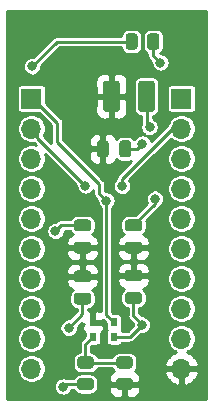
<source format=gbr>
%TF.GenerationSoftware,KiCad,Pcbnew,5.1.9-73d0e3b20d~88~ubuntu20.04.1*%
%TF.CreationDate,2021-07-12T22:59:01-04:00*%
%TF.ProjectId,stm32_breakout,73746d33-325f-4627-9265-616b6f75742e,rev?*%
%TF.SameCoordinates,Original*%
%TF.FileFunction,Copper,L2,Bot*%
%TF.FilePolarity,Positive*%
%FSLAX46Y46*%
G04 Gerber Fmt 4.6, Leading zero omitted, Abs format (unit mm)*
G04 Created by KiCad (PCBNEW 5.1.9-73d0e3b20d~88~ubuntu20.04.1) date 2021-07-12 22:59:01*
%MOMM*%
%LPD*%
G01*
G04 APERTURE LIST*
%TA.AperFunction,ComponentPad*%
%ADD10R,1.700000X1.700000*%
%TD*%
%TA.AperFunction,ComponentPad*%
%ADD11O,1.700000X1.700000*%
%TD*%
%TA.AperFunction,SMDPad,CuDef*%
%ADD12R,0.600000X0.800000*%
%TD*%
%TA.AperFunction,ViaPad*%
%ADD13C,0.800000*%
%TD*%
%TA.AperFunction,Conductor*%
%ADD14C,0.250000*%
%TD*%
%TA.AperFunction,Conductor*%
%ADD15C,0.254000*%
%TD*%
%TA.AperFunction,Conductor*%
%ADD16C,0.100000*%
%TD*%
G04 APERTURE END LIST*
%TO.P,L1,2*%
%TO.N,+3V3*%
%TA.AperFunction,SMDPad,CuDef*%
G36*
G01*
X137020000Y-68590000D02*
X137020000Y-70740000D01*
G75*
G02*
X136770000Y-70990000I-250000J0D01*
G01*
X135845000Y-70990000D01*
G75*
G02*
X135595000Y-70740000I0J250000D01*
G01*
X135595000Y-68590000D01*
G75*
G02*
X135845000Y-68340000I250000J0D01*
G01*
X136770000Y-68340000D01*
G75*
G02*
X137020000Y-68590000I0J-250000D01*
G01*
G37*
%TD.AperFunction*%
%TO.P,L1,1*%
%TO.N,Net-(L1-Pad1)*%
%TA.AperFunction,SMDPad,CuDef*%
G36*
G01*
X139995000Y-68590000D02*
X139995000Y-70740000D01*
G75*
G02*
X139745000Y-70990000I-250000J0D01*
G01*
X138820000Y-70990000D01*
G75*
G02*
X138570000Y-70740000I0J250000D01*
G01*
X138570000Y-68590000D01*
G75*
G02*
X138820000Y-68340000I250000J0D01*
G01*
X139745000Y-68340000D01*
G75*
G02*
X139995000Y-68590000I0J-250000D01*
G01*
G37*
%TD.AperFunction*%
%TD*%
D10*
%TO.P,J3,1*%
%TO.N,/PA0-CK_IN*%
X129540000Y-69850000D03*
D11*
%TO.P,J3,2*%
%TO.N,/PA1*%
X129540000Y-72390000D03*
%TO.P,J3,3*%
%TO.N,/PA2*%
X129540000Y-74930000D03*
%TO.P,J3,4*%
%TO.N,/PA3*%
X129540000Y-77470000D03*
%TO.P,J3,5*%
%TO.N,/PA4*%
X129540000Y-80010000D03*
%TO.P,J3,6*%
%TO.N,/PA6*%
X129540000Y-82550000D03*
%TO.P,J3,7*%
%TO.N,/PA5*%
X129540000Y-85090000D03*
%TO.P,J3,8*%
%TO.N,/PA7*%
X129540000Y-87630000D03*
%TO.P,J3,9*%
%TO.N,/PB1*%
X129540000Y-90170000D03*
%TO.P,J3,10*%
%TO.N,GND*%
X129540000Y-92710000D03*
%TD*%
%TO.P,C2,2*%
%TO.N,+3V3*%
%TA.AperFunction,SMDPad,CuDef*%
G36*
G01*
X136075000Y-73635000D02*
X136075000Y-74585000D01*
G75*
G02*
X135825000Y-74835000I-250000J0D01*
G01*
X135325000Y-74835000D01*
G75*
G02*
X135075000Y-74585000I0J250000D01*
G01*
X135075000Y-73635000D01*
G75*
G02*
X135325000Y-73385000I250000J0D01*
G01*
X135825000Y-73385000D01*
G75*
G02*
X136075000Y-73635000I0J-250000D01*
G01*
G37*
%TD.AperFunction*%
%TO.P,C2,1*%
%TO.N,GND*%
%TA.AperFunction,SMDPad,CuDef*%
G36*
G01*
X137975000Y-73635000D02*
X137975000Y-74585000D01*
G75*
G02*
X137725000Y-74835000I-250000J0D01*
G01*
X137225000Y-74835000D01*
G75*
G02*
X136975000Y-74585000I0J250000D01*
G01*
X136975000Y-73635000D01*
G75*
G02*
X137225000Y-73385000I250000J0D01*
G01*
X137725000Y-73385000D01*
G75*
G02*
X137975000Y-73635000I0J-250000D01*
G01*
G37*
%TD.AperFunction*%
%TD*%
D12*
%TO.P,U3,2*%
%TO.N,GND*%
X136536000Y-90008000D03*
%TO.P,U3,3*%
%TO.N,/PA0-CK_IN*%
X136536000Y-88808000D03*
%TO.P,U3,4*%
%TO.N,+3V3*%
X134736000Y-88808000D03*
%TO.P,U3,1*%
%TO.N,Net-(R2-Pad2)*%
X134736000Y-90008000D03*
%TD*%
%TO.P,C3,2*%
%TO.N,+3V3*%
%TA.AperFunction,SMDPad,CuDef*%
G36*
G01*
X133383000Y-81984000D02*
X134333000Y-81984000D01*
G75*
G02*
X134583000Y-82234000I0J-250000D01*
G01*
X134583000Y-82734000D01*
G75*
G02*
X134333000Y-82984000I-250000J0D01*
G01*
X133383000Y-82984000D01*
G75*
G02*
X133133000Y-82734000I0J250000D01*
G01*
X133133000Y-82234000D01*
G75*
G02*
X133383000Y-81984000I250000J0D01*
G01*
G37*
%TD.AperFunction*%
%TO.P,C3,1*%
%TO.N,GND*%
%TA.AperFunction,SMDPad,CuDef*%
G36*
G01*
X133383000Y-80084000D02*
X134333000Y-80084000D01*
G75*
G02*
X134583000Y-80334000I0J-250000D01*
G01*
X134583000Y-80834000D01*
G75*
G02*
X134333000Y-81084000I-250000J0D01*
G01*
X133383000Y-81084000D01*
G75*
G02*
X133133000Y-80834000I0J250000D01*
G01*
X133133000Y-80334000D01*
G75*
G02*
X133383000Y-80084000I250000J0D01*
G01*
G37*
%TD.AperFunction*%
%TD*%
%TO.P,C4,2*%
%TO.N,+3V3*%
%TA.AperFunction,SMDPad,CuDef*%
G36*
G01*
X137701000Y-81984000D02*
X138651000Y-81984000D01*
G75*
G02*
X138901000Y-82234000I0J-250000D01*
G01*
X138901000Y-82734000D01*
G75*
G02*
X138651000Y-82984000I-250000J0D01*
G01*
X137701000Y-82984000D01*
G75*
G02*
X137451000Y-82734000I0J250000D01*
G01*
X137451000Y-82234000D01*
G75*
G02*
X137701000Y-81984000I250000J0D01*
G01*
G37*
%TD.AperFunction*%
%TO.P,C4,1*%
%TO.N,GND*%
%TA.AperFunction,SMDPad,CuDef*%
G36*
G01*
X137701000Y-80084000D02*
X138651000Y-80084000D01*
G75*
G02*
X138901000Y-80334000I0J-250000D01*
G01*
X138901000Y-80834000D01*
G75*
G02*
X138651000Y-81084000I-250000J0D01*
G01*
X137701000Y-81084000D01*
G75*
G02*
X137451000Y-80834000I0J250000D01*
G01*
X137451000Y-80334000D01*
G75*
G02*
X137701000Y-80084000I250000J0D01*
G01*
G37*
%TD.AperFunction*%
%TD*%
%TO.P,C5,2*%
%TO.N,+3V3*%
%TA.AperFunction,SMDPad,CuDef*%
G36*
G01*
X134333000Y-85402000D02*
X133383000Y-85402000D01*
G75*
G02*
X133133000Y-85152000I0J250000D01*
G01*
X133133000Y-84652000D01*
G75*
G02*
X133383000Y-84402000I250000J0D01*
G01*
X134333000Y-84402000D01*
G75*
G02*
X134583000Y-84652000I0J-250000D01*
G01*
X134583000Y-85152000D01*
G75*
G02*
X134333000Y-85402000I-250000J0D01*
G01*
G37*
%TD.AperFunction*%
%TO.P,C5,1*%
%TO.N,GND*%
%TA.AperFunction,SMDPad,CuDef*%
G36*
G01*
X134333000Y-87302000D02*
X133383000Y-87302000D01*
G75*
G02*
X133133000Y-87052000I0J250000D01*
G01*
X133133000Y-86552000D01*
G75*
G02*
X133383000Y-86302000I250000J0D01*
G01*
X134333000Y-86302000D01*
G75*
G02*
X134583000Y-86552000I0J-250000D01*
G01*
X134583000Y-87052000D01*
G75*
G02*
X134333000Y-87302000I-250000J0D01*
G01*
G37*
%TD.AperFunction*%
%TD*%
%TO.P,C6,1*%
%TO.N,GND*%
%TA.AperFunction,SMDPad,CuDef*%
G36*
G01*
X138651000Y-87236000D02*
X137701000Y-87236000D01*
G75*
G02*
X137451000Y-86986000I0J250000D01*
G01*
X137451000Y-86486000D01*
G75*
G02*
X137701000Y-86236000I250000J0D01*
G01*
X138651000Y-86236000D01*
G75*
G02*
X138901000Y-86486000I0J-250000D01*
G01*
X138901000Y-86986000D01*
G75*
G02*
X138651000Y-87236000I-250000J0D01*
G01*
G37*
%TD.AperFunction*%
%TO.P,C6,2*%
%TO.N,+3V3*%
%TA.AperFunction,SMDPad,CuDef*%
G36*
G01*
X138651000Y-85336000D02*
X137701000Y-85336000D01*
G75*
G02*
X137451000Y-85086000I0J250000D01*
G01*
X137451000Y-84586000D01*
G75*
G02*
X137701000Y-84336000I250000J0D01*
G01*
X138651000Y-84336000D01*
G75*
G02*
X138901000Y-84586000I0J-250000D01*
G01*
X138901000Y-85086000D01*
G75*
G02*
X138651000Y-85336000I-250000J0D01*
G01*
G37*
%TD.AperFunction*%
%TD*%
D11*
%TO.P,J2,10*%
%TO.N,+3V3*%
X142240000Y-92710000D03*
%TO.P,J2,9*%
%TO.N,/PA9*%
X142240000Y-90170000D03*
%TO.P,J2,8*%
%TO.N,/PA10*%
X142240000Y-87630000D03*
%TO.P,J2,7*%
%TO.N,/PA14*%
X142240000Y-85090000D03*
%TO.P,J2,6*%
%TO.N,/PA13*%
X142240000Y-82550000D03*
%TO.P,J2,5*%
%TO.N,/PB9-BOOT0*%
X142240000Y-80010000D03*
%TO.P,J2,4*%
%TO.N,/PC14-OSC32IN*%
X142240000Y-77470000D03*
%TO.P,J2,3*%
%TO.N,/PC15-OSC32_OUT*%
X142240000Y-74930000D03*
%TO.P,J2,2*%
%TO.N,/NRST*%
X142240000Y-72390000D03*
D10*
%TO.P,J2,1*%
%TO.N,Net-(J2-Pad1)*%
X142240000Y-69850000D03*
%TD*%
%TO.P,R1,1*%
%TO.N,Net-(D1-Pad2)*%
%TA.AperFunction,SMDPad,CuDef*%
G36*
G01*
X140363000Y-64573999D02*
X140363000Y-65474001D01*
G75*
G02*
X140113001Y-65724000I-249999J0D01*
G01*
X139587999Y-65724000D01*
G75*
G02*
X139338000Y-65474001I0J249999D01*
G01*
X139338000Y-64573999D01*
G75*
G02*
X139587999Y-64324000I249999J0D01*
G01*
X140113001Y-64324000D01*
G75*
G02*
X140363000Y-64573999I0J-249999D01*
G01*
G37*
%TD.AperFunction*%
%TO.P,R1,2*%
%TO.N,Net-(C1-Pad2)*%
%TA.AperFunction,SMDPad,CuDef*%
G36*
G01*
X138538000Y-64573999D02*
X138538000Y-65474001D01*
G75*
G02*
X138288001Y-65724000I-249999J0D01*
G01*
X137762999Y-65724000D01*
G75*
G02*
X137513000Y-65474001I0J249999D01*
G01*
X137513000Y-64573999D01*
G75*
G02*
X137762999Y-64324000I249999J0D01*
G01*
X138288001Y-64324000D01*
G75*
G02*
X138538000Y-64573999I0J-249999D01*
G01*
G37*
%TD.AperFunction*%
%TD*%
%TO.P,R2,1*%
%TO.N,+3V3*%
%TA.AperFunction,SMDPad,CuDef*%
G36*
G01*
X137864001Y-94539500D02*
X136963999Y-94539500D01*
G75*
G02*
X136714000Y-94289501I0J249999D01*
G01*
X136714000Y-93764499D01*
G75*
G02*
X136963999Y-93514500I249999J0D01*
G01*
X137864001Y-93514500D01*
G75*
G02*
X138114000Y-93764499I0J-249999D01*
G01*
X138114000Y-94289501D01*
G75*
G02*
X137864001Y-94539500I-249999J0D01*
G01*
G37*
%TD.AperFunction*%
%TO.P,R2,2*%
%TO.N,Net-(R2-Pad2)*%
%TA.AperFunction,SMDPad,CuDef*%
G36*
G01*
X137864001Y-92714500D02*
X136963999Y-92714500D01*
G75*
G02*
X136714000Y-92464501I0J249999D01*
G01*
X136714000Y-91939499D01*
G75*
G02*
X136963999Y-91689500I249999J0D01*
G01*
X137864001Y-91689500D01*
G75*
G02*
X138114000Y-91939499I0J-249999D01*
G01*
X138114000Y-92464501D01*
G75*
G02*
X137864001Y-92714500I-249999J0D01*
G01*
G37*
%TD.AperFunction*%
%TD*%
%TO.P,R3,2*%
%TO.N,GND*%
%TA.AperFunction,SMDPad,CuDef*%
G36*
G01*
X133661999Y-93514500D02*
X134562001Y-93514500D01*
G75*
G02*
X134812000Y-93764499I0J-249999D01*
G01*
X134812000Y-94289501D01*
G75*
G02*
X134562001Y-94539500I-249999J0D01*
G01*
X133661999Y-94539500D01*
G75*
G02*
X133412000Y-94289501I0J249999D01*
G01*
X133412000Y-93764499D01*
G75*
G02*
X133661999Y-93514500I249999J0D01*
G01*
G37*
%TD.AperFunction*%
%TO.P,R3,1*%
%TO.N,Net-(R2-Pad2)*%
%TA.AperFunction,SMDPad,CuDef*%
G36*
G01*
X133661999Y-91689500D02*
X134562001Y-91689500D01*
G75*
G02*
X134812000Y-91939499I0J-249999D01*
G01*
X134812000Y-92464501D01*
G75*
G02*
X134562001Y-92714500I-249999J0D01*
G01*
X133661999Y-92714500D01*
G75*
G02*
X133412000Y-92464501I0J249999D01*
G01*
X133412000Y-91939499D01*
G75*
G02*
X133661999Y-91689500I249999J0D01*
G01*
G37*
%TD.AperFunction*%
%TD*%
D13*
%TO.N,GND*%
X132232400Y-94234000D03*
X138887200Y-89001600D03*
X132689600Y-89255600D03*
X140004800Y-78333600D03*
X131572000Y-81076800D03*
X138938000Y-73665500D03*
%TO.N,+3V3*%
X136702800Y-83616800D03*
X136210000Y-76076000D03*
%TO.N,Net-(D1-Pad2)*%
X140461972Y-66802000D03*
%TO.N,/NRST*%
X137223850Y-77248417D03*
%TO.N,/PA0-CK_IN*%
X135890006Y-78486006D03*
%TO.N,/PA1*%
X134112000Y-77216000D03*
%TO.N,Net-(C1-Pad2)*%
X129603500Y-67125000D03*
%TO.N,Net-(L1-Pad1)*%
X139533000Y-72245000D03*
%TD*%
D14*
%TO.N,GND*%
X134112000Y-94027000D02*
X132439400Y-94027000D01*
X140004800Y-78755200D02*
X140004800Y-78333600D01*
X136536000Y-90008000D02*
X137880800Y-90008000D01*
X137880800Y-90008000D02*
X138887200Y-89001600D01*
X133858000Y-86802000D02*
X133858000Y-88087200D01*
X138176000Y-88239600D02*
X138633200Y-88696800D01*
X138176000Y-80584000D02*
X140004800Y-78755200D01*
X132014000Y-80584000D02*
X131572000Y-81026000D01*
X131572000Y-81026000D02*
X131572000Y-81076800D01*
X133858000Y-80584000D02*
X132014000Y-80584000D01*
X132439400Y-94027000D02*
X132232400Y-94234000D01*
X133858000Y-88087200D02*
X132689600Y-89255600D01*
X138176000Y-86736000D02*
X138176000Y-88239600D01*
X137475000Y-74110000D02*
X138493500Y-74110000D01*
X138493500Y-74110000D02*
X138938000Y-73665500D01*
%TO.N,Net-(D1-Pad2)*%
X139850500Y-66190528D02*
X140461972Y-66802000D01*
X139850500Y-65024000D02*
X139850500Y-66190528D01*
%TO.N,/NRST*%
X137223850Y-76644150D02*
X137223850Y-77248417D01*
X141732000Y-72136000D02*
X137223850Y-76644150D01*
%TO.N,/PA0-CK_IN*%
X135280400Y-77114400D02*
X135280400Y-77876400D01*
X135890006Y-78486006D02*
X135890006Y-88162006D01*
X130048000Y-70205600D02*
X131724400Y-71882000D01*
X131724400Y-71882000D02*
X131724400Y-73558400D01*
X130048000Y-69850000D02*
X130048000Y-70205600D01*
X135890006Y-88162006D02*
X136536000Y-88808000D01*
X131724400Y-73558400D02*
X135280400Y-77114400D01*
X135280400Y-77876400D02*
X135890006Y-78486006D01*
%TO.N,/PA1*%
X130048000Y-73152000D02*
X130048000Y-72390000D01*
X134112000Y-77216000D02*
X130048000Y-73152000D01*
%TO.N,Net-(R2-Pad2)*%
X134112000Y-92202000D02*
X134112000Y-90632000D01*
X134112000Y-90632000D02*
X134736000Y-90008000D01*
X137414000Y-92202000D02*
X134112000Y-92202000D01*
%TO.N,Net-(C1-Pad2)*%
X138025500Y-65024000D02*
X131704500Y-65024000D01*
X131704500Y-65024000D02*
X129603500Y-67125000D01*
%TO.N,Net-(L1-Pad1)*%
X139282500Y-71994500D02*
X139533000Y-72245000D01*
X139282500Y-69665000D02*
X139282500Y-71994500D01*
%TD*%
D15*
%TO.N,+3V3*%
X144349000Y-67288832D02*
X144349000Y-67288833D01*
X144349001Y-95269000D01*
X127431000Y-95269000D01*
X127431000Y-94157078D01*
X131451400Y-94157078D01*
X131451400Y-94310922D01*
X131481413Y-94461809D01*
X131540287Y-94603942D01*
X131625758Y-94731859D01*
X131734541Y-94840642D01*
X131862458Y-94926113D01*
X132004591Y-94984987D01*
X132155478Y-95015000D01*
X132309322Y-95015000D01*
X132460209Y-94984987D01*
X132602342Y-94926113D01*
X132730259Y-94840642D01*
X132839042Y-94731859D01*
X132924513Y-94603942D01*
X132953898Y-94533000D01*
X133078035Y-94533000D01*
X133135810Y-94641089D01*
X133214512Y-94736988D01*
X133310411Y-94815690D01*
X133419821Y-94874171D01*
X133538538Y-94910183D01*
X133661999Y-94922343D01*
X134562001Y-94922343D01*
X134685462Y-94910183D01*
X134804179Y-94874171D01*
X134913589Y-94815690D01*
X135009488Y-94736988D01*
X135088190Y-94641089D01*
X135142490Y-94539500D01*
X136075928Y-94539500D01*
X136088188Y-94663982D01*
X136124498Y-94783680D01*
X136183463Y-94893994D01*
X136262815Y-94990685D01*
X136359506Y-95070037D01*
X136469820Y-95129002D01*
X136589518Y-95165312D01*
X136714000Y-95177572D01*
X137128250Y-95174500D01*
X137287000Y-95015750D01*
X137287000Y-94154000D01*
X137541000Y-94154000D01*
X137541000Y-95015750D01*
X137699750Y-95174500D01*
X138114000Y-95177572D01*
X138238482Y-95165312D01*
X138358180Y-95129002D01*
X138468494Y-95070037D01*
X138565185Y-94990685D01*
X138644537Y-94893994D01*
X138703502Y-94783680D01*
X138739812Y-94663982D01*
X138752072Y-94539500D01*
X138749000Y-94312750D01*
X138590250Y-94154000D01*
X137541000Y-94154000D01*
X137287000Y-94154000D01*
X136237750Y-94154000D01*
X136079000Y-94312750D01*
X136075928Y-94539500D01*
X135142490Y-94539500D01*
X135146671Y-94531679D01*
X135182683Y-94412962D01*
X135194843Y-94289501D01*
X135194843Y-93764499D01*
X135182683Y-93641038D01*
X135146671Y-93522321D01*
X135088190Y-93412911D01*
X135009488Y-93317012D01*
X134913589Y-93238310D01*
X134804179Y-93179829D01*
X134685462Y-93143817D01*
X134562001Y-93131657D01*
X133661999Y-93131657D01*
X133538538Y-93143817D01*
X133419821Y-93179829D01*
X133310411Y-93238310D01*
X133214512Y-93317012D01*
X133135810Y-93412911D01*
X133078035Y-93521000D01*
X132551917Y-93521000D01*
X132460209Y-93483013D01*
X132309322Y-93453000D01*
X132155478Y-93453000D01*
X132004591Y-93483013D01*
X131862458Y-93541887D01*
X131734541Y-93627358D01*
X131625758Y-93736141D01*
X131540287Y-93864058D01*
X131481413Y-94006191D01*
X131451400Y-94157078D01*
X127431000Y-94157078D01*
X127431000Y-92588757D01*
X128309000Y-92588757D01*
X128309000Y-92831243D01*
X128356307Y-93069069D01*
X128449102Y-93293097D01*
X128583820Y-93494717D01*
X128755283Y-93666180D01*
X128956903Y-93800898D01*
X129180931Y-93893693D01*
X129418757Y-93941000D01*
X129661243Y-93941000D01*
X129899069Y-93893693D01*
X130123097Y-93800898D01*
X130324717Y-93666180D01*
X130496180Y-93494717D01*
X130630898Y-93293097D01*
X130723693Y-93069069D01*
X130771000Y-92831243D01*
X130771000Y-92588757D01*
X130723693Y-92350931D01*
X130630898Y-92126903D01*
X130496180Y-91925283D01*
X130324717Y-91753820D01*
X130123097Y-91619102D01*
X129899069Y-91526307D01*
X129661243Y-91479000D01*
X129418757Y-91479000D01*
X129180931Y-91526307D01*
X128956903Y-91619102D01*
X128755283Y-91753820D01*
X128583820Y-91925283D01*
X128449102Y-92126903D01*
X128356307Y-92350931D01*
X128309000Y-92588757D01*
X127431000Y-92588757D01*
X127431000Y-90048757D01*
X128309000Y-90048757D01*
X128309000Y-90291243D01*
X128356307Y-90529069D01*
X128449102Y-90753097D01*
X128583820Y-90954717D01*
X128755283Y-91126180D01*
X128956903Y-91260898D01*
X129180931Y-91353693D01*
X129418757Y-91401000D01*
X129661243Y-91401000D01*
X129899069Y-91353693D01*
X130123097Y-91260898D01*
X130324717Y-91126180D01*
X130496180Y-90954717D01*
X130630898Y-90753097D01*
X130723693Y-90529069D01*
X130771000Y-90291243D01*
X130771000Y-90048757D01*
X130723693Y-89810931D01*
X130630898Y-89586903D01*
X130496180Y-89385283D01*
X130324717Y-89213820D01*
X130272124Y-89178678D01*
X131908600Y-89178678D01*
X131908600Y-89332522D01*
X131938613Y-89483409D01*
X131997487Y-89625542D01*
X132082958Y-89753459D01*
X132191741Y-89862242D01*
X132319658Y-89947713D01*
X132461791Y-90006587D01*
X132612678Y-90036600D01*
X132766522Y-90036600D01*
X132917409Y-90006587D01*
X133059542Y-89947713D01*
X133187459Y-89862242D01*
X133296242Y-89753459D01*
X133381713Y-89625542D01*
X133440587Y-89483409D01*
X133470600Y-89332522D01*
X133470600Y-89190191D01*
X133801000Y-88859792D01*
X133801000Y-88935002D01*
X133959748Y-88935002D01*
X133801000Y-89093750D01*
X133797928Y-89208000D01*
X133810188Y-89332482D01*
X133846498Y-89452180D01*
X133905463Y-89562494D01*
X133984815Y-89659185D01*
X134053157Y-89715272D01*
X134053157Y-89975252D01*
X133771780Y-90256629D01*
X133752474Y-90272473D01*
X133689242Y-90349521D01*
X133679618Y-90367527D01*
X133642255Y-90437426D01*
X133613322Y-90532808D01*
X133603553Y-90632000D01*
X133606001Y-90656856D01*
X133606001Y-91312172D01*
X133538538Y-91318817D01*
X133419821Y-91354829D01*
X133310411Y-91413310D01*
X133214512Y-91492012D01*
X133135810Y-91587911D01*
X133077329Y-91697321D01*
X133041317Y-91816038D01*
X133029157Y-91939499D01*
X133029157Y-92464501D01*
X133041317Y-92587962D01*
X133077329Y-92706679D01*
X133135810Y-92816089D01*
X133214512Y-92911988D01*
X133310411Y-92990690D01*
X133419821Y-93049171D01*
X133538538Y-93085183D01*
X133661999Y-93097343D01*
X134562001Y-93097343D01*
X134685462Y-93085183D01*
X134804179Y-93049171D01*
X134913589Y-92990690D01*
X135009488Y-92911988D01*
X135088190Y-92816089D01*
X135145965Y-92708000D01*
X136380035Y-92708000D01*
X136437810Y-92816089D01*
X136515754Y-92911064D01*
X136469820Y-92924998D01*
X136359506Y-92983963D01*
X136262815Y-93063315D01*
X136183463Y-93160006D01*
X136124498Y-93270320D01*
X136088188Y-93390018D01*
X136075928Y-93514500D01*
X136079000Y-93741250D01*
X136237750Y-93900000D01*
X137287000Y-93900000D01*
X137287000Y-93880000D01*
X137541000Y-93880000D01*
X137541000Y-93900000D01*
X138590250Y-93900000D01*
X138749000Y-93741250D01*
X138752072Y-93514500D01*
X138739812Y-93390018D01*
X138703502Y-93270320D01*
X138644537Y-93160006D01*
X138568119Y-93066890D01*
X140798524Y-93066890D01*
X140843175Y-93214099D01*
X140968359Y-93476920D01*
X141142412Y-93710269D01*
X141358645Y-93905178D01*
X141608748Y-94054157D01*
X141883109Y-94151481D01*
X142113000Y-94030814D01*
X142113000Y-92837000D01*
X142367000Y-92837000D01*
X142367000Y-94030814D01*
X142596891Y-94151481D01*
X142871252Y-94054157D01*
X143121355Y-93905178D01*
X143337588Y-93710269D01*
X143511641Y-93476920D01*
X143636825Y-93214099D01*
X143681476Y-93066890D01*
X143560155Y-92837000D01*
X142367000Y-92837000D01*
X142113000Y-92837000D01*
X140919845Y-92837000D01*
X140798524Y-93066890D01*
X138568119Y-93066890D01*
X138565185Y-93063315D01*
X138468494Y-92983963D01*
X138358180Y-92924998D01*
X138312246Y-92911064D01*
X138390190Y-92816089D01*
X138448671Y-92706679D01*
X138484683Y-92587962D01*
X138496843Y-92464501D01*
X138496843Y-92353110D01*
X140798524Y-92353110D01*
X140919845Y-92583000D01*
X142113000Y-92583000D01*
X142113000Y-92563000D01*
X142367000Y-92563000D01*
X142367000Y-92583000D01*
X143560155Y-92583000D01*
X143681476Y-92353110D01*
X143636825Y-92205901D01*
X143511641Y-91943080D01*
X143337588Y-91709731D01*
X143121355Y-91514822D01*
X142871252Y-91365843D01*
X142708832Y-91308228D01*
X142823097Y-91260898D01*
X143024717Y-91126180D01*
X143196180Y-90954717D01*
X143330898Y-90753097D01*
X143423693Y-90529069D01*
X143471000Y-90291243D01*
X143471000Y-90048757D01*
X143423693Y-89810931D01*
X143330898Y-89586903D01*
X143196180Y-89385283D01*
X143024717Y-89213820D01*
X142823097Y-89079102D01*
X142599069Y-88986307D01*
X142361243Y-88939000D01*
X142118757Y-88939000D01*
X141880931Y-88986307D01*
X141656903Y-89079102D01*
X141455283Y-89213820D01*
X141283820Y-89385283D01*
X141149102Y-89586903D01*
X141056307Y-89810931D01*
X141009000Y-90048757D01*
X141009000Y-90291243D01*
X141056307Y-90529069D01*
X141149102Y-90753097D01*
X141283820Y-90954717D01*
X141455283Y-91126180D01*
X141656903Y-91260898D01*
X141771168Y-91308228D01*
X141608748Y-91365843D01*
X141358645Y-91514822D01*
X141142412Y-91709731D01*
X140968359Y-91943080D01*
X140843175Y-92205901D01*
X140798524Y-92353110D01*
X138496843Y-92353110D01*
X138496843Y-91939499D01*
X138484683Y-91816038D01*
X138448671Y-91697321D01*
X138390190Y-91587911D01*
X138311488Y-91492012D01*
X138215589Y-91413310D01*
X138106179Y-91354829D01*
X137987462Y-91318817D01*
X137864001Y-91306657D01*
X136963999Y-91306657D01*
X136840538Y-91318817D01*
X136721821Y-91354829D01*
X136612411Y-91413310D01*
X136516512Y-91492012D01*
X136437810Y-91587911D01*
X136380035Y-91696000D01*
X135145965Y-91696000D01*
X135088190Y-91587911D01*
X135009488Y-91492012D01*
X134913589Y-91413310D01*
X134804179Y-91354829D01*
X134685462Y-91318817D01*
X134618000Y-91312172D01*
X134618000Y-90841591D01*
X134668748Y-90790843D01*
X135036000Y-90790843D01*
X135110689Y-90783487D01*
X135182508Y-90761701D01*
X135248696Y-90726322D01*
X135306711Y-90678711D01*
X135354322Y-90620696D01*
X135389701Y-90554508D01*
X135411487Y-90482689D01*
X135418843Y-90408000D01*
X135418843Y-89715272D01*
X135487185Y-89659185D01*
X135566537Y-89562494D01*
X135625502Y-89452180D01*
X135661812Y-89332482D01*
X135674072Y-89208000D01*
X135671000Y-89093750D01*
X135512250Y-88935000D01*
X134863000Y-88935000D01*
X134863000Y-88955000D01*
X134609000Y-88955000D01*
X134609000Y-88935000D01*
X134589000Y-88935000D01*
X134589000Y-88681000D01*
X134609000Y-88681000D01*
X134609000Y-87931750D01*
X134450250Y-87773000D01*
X134436000Y-87769928D01*
X134364000Y-87777019D01*
X134364000Y-87681790D01*
X134456462Y-87672683D01*
X134575179Y-87636671D01*
X134684589Y-87578190D01*
X134780488Y-87499488D01*
X134859190Y-87403589D01*
X134917671Y-87294179D01*
X134953683Y-87175462D01*
X134965843Y-87052000D01*
X134965843Y-86552000D01*
X134953683Y-86428538D01*
X134917671Y-86309821D01*
X134859190Y-86200411D01*
X134780488Y-86104512D01*
X134689220Y-86029611D01*
X134707482Y-86027812D01*
X134827180Y-85991502D01*
X134937494Y-85932537D01*
X135034185Y-85853185D01*
X135113537Y-85756494D01*
X135172502Y-85646180D01*
X135208812Y-85526482D01*
X135221072Y-85402000D01*
X135218000Y-85187750D01*
X135059250Y-85029000D01*
X133985000Y-85029000D01*
X133985000Y-85049000D01*
X133731000Y-85049000D01*
X133731000Y-85029000D01*
X132656750Y-85029000D01*
X132498000Y-85187750D01*
X132494928Y-85402000D01*
X132507188Y-85526482D01*
X132543498Y-85646180D01*
X132602463Y-85756494D01*
X132681815Y-85853185D01*
X132778506Y-85932537D01*
X132888820Y-85991502D01*
X133008518Y-86027812D01*
X133026780Y-86029611D01*
X132935512Y-86104512D01*
X132856810Y-86200411D01*
X132798329Y-86309821D01*
X132762317Y-86428538D01*
X132750157Y-86552000D01*
X132750157Y-87052000D01*
X132762317Y-87175462D01*
X132798329Y-87294179D01*
X132856810Y-87403589D01*
X132935512Y-87499488D01*
X133031411Y-87578190D01*
X133140821Y-87636671D01*
X133259538Y-87672683D01*
X133352001Y-87681790D01*
X133352001Y-87877607D01*
X132755009Y-88474600D01*
X132612678Y-88474600D01*
X132461791Y-88504613D01*
X132319658Y-88563487D01*
X132191741Y-88648958D01*
X132082958Y-88757741D01*
X131997487Y-88885658D01*
X131938613Y-89027791D01*
X131908600Y-89178678D01*
X130272124Y-89178678D01*
X130123097Y-89079102D01*
X129899069Y-88986307D01*
X129661243Y-88939000D01*
X129418757Y-88939000D01*
X129180931Y-88986307D01*
X128956903Y-89079102D01*
X128755283Y-89213820D01*
X128583820Y-89385283D01*
X128449102Y-89586903D01*
X128356307Y-89810931D01*
X128309000Y-90048757D01*
X127431000Y-90048757D01*
X127431000Y-87508757D01*
X128309000Y-87508757D01*
X128309000Y-87751243D01*
X128356307Y-87989069D01*
X128449102Y-88213097D01*
X128583820Y-88414717D01*
X128755283Y-88586180D01*
X128956903Y-88720898D01*
X129180931Y-88813693D01*
X129418757Y-88861000D01*
X129661243Y-88861000D01*
X129899069Y-88813693D01*
X130123097Y-88720898D01*
X130324717Y-88586180D01*
X130496180Y-88414717D01*
X130630898Y-88213097D01*
X130723693Y-87989069D01*
X130771000Y-87751243D01*
X130771000Y-87508757D01*
X130723693Y-87270931D01*
X130630898Y-87046903D01*
X130496180Y-86845283D01*
X130324717Y-86673820D01*
X130123097Y-86539102D01*
X129899069Y-86446307D01*
X129661243Y-86399000D01*
X129418757Y-86399000D01*
X129180931Y-86446307D01*
X128956903Y-86539102D01*
X128755283Y-86673820D01*
X128583820Y-86845283D01*
X128449102Y-87046903D01*
X128356307Y-87270931D01*
X128309000Y-87508757D01*
X127431000Y-87508757D01*
X127431000Y-84968757D01*
X128309000Y-84968757D01*
X128309000Y-85211243D01*
X128356307Y-85449069D01*
X128449102Y-85673097D01*
X128583820Y-85874717D01*
X128755283Y-86046180D01*
X128956903Y-86180898D01*
X129180931Y-86273693D01*
X129418757Y-86321000D01*
X129661243Y-86321000D01*
X129899069Y-86273693D01*
X130123097Y-86180898D01*
X130324717Y-86046180D01*
X130496180Y-85874717D01*
X130630898Y-85673097D01*
X130723693Y-85449069D01*
X130771000Y-85211243D01*
X130771000Y-84968757D01*
X130723693Y-84730931D01*
X130630898Y-84506903D01*
X130560805Y-84402000D01*
X132494928Y-84402000D01*
X132498000Y-84616250D01*
X132656750Y-84775000D01*
X133731000Y-84775000D01*
X133731000Y-83925750D01*
X133985000Y-83925750D01*
X133985000Y-84775000D01*
X135059250Y-84775000D01*
X135218000Y-84616250D01*
X135221072Y-84402000D01*
X135208812Y-84277518D01*
X135172502Y-84157820D01*
X135113537Y-84047506D01*
X135034185Y-83950815D01*
X134937494Y-83871463D01*
X134827180Y-83812498D01*
X134707482Y-83776188D01*
X134583000Y-83763928D01*
X134143750Y-83767000D01*
X133985000Y-83925750D01*
X133731000Y-83925750D01*
X133572250Y-83767000D01*
X133133000Y-83763928D01*
X133008518Y-83776188D01*
X132888820Y-83812498D01*
X132778506Y-83871463D01*
X132681815Y-83950815D01*
X132602463Y-84047506D01*
X132543498Y-84157820D01*
X132507188Y-84277518D01*
X132494928Y-84402000D01*
X130560805Y-84402000D01*
X130496180Y-84305283D01*
X130324717Y-84133820D01*
X130123097Y-83999102D01*
X129899069Y-83906307D01*
X129661243Y-83859000D01*
X129418757Y-83859000D01*
X129180931Y-83906307D01*
X128956903Y-83999102D01*
X128755283Y-84133820D01*
X128583820Y-84305283D01*
X128449102Y-84506903D01*
X128356307Y-84730931D01*
X128309000Y-84968757D01*
X127431000Y-84968757D01*
X127431000Y-82428757D01*
X128309000Y-82428757D01*
X128309000Y-82671243D01*
X128356307Y-82909069D01*
X128449102Y-83133097D01*
X128583820Y-83334717D01*
X128755283Y-83506180D01*
X128956903Y-83640898D01*
X129180931Y-83733693D01*
X129418757Y-83781000D01*
X129661243Y-83781000D01*
X129899069Y-83733693D01*
X130123097Y-83640898D01*
X130324717Y-83506180D01*
X130496180Y-83334717D01*
X130630898Y-83133097D01*
X130692655Y-82984000D01*
X132494928Y-82984000D01*
X132507188Y-83108482D01*
X132543498Y-83228180D01*
X132602463Y-83338494D01*
X132681815Y-83435185D01*
X132778506Y-83514537D01*
X132888820Y-83573502D01*
X133008518Y-83609812D01*
X133133000Y-83622072D01*
X133572250Y-83619000D01*
X133731000Y-83460250D01*
X133731000Y-82611000D01*
X133985000Y-82611000D01*
X133985000Y-83460250D01*
X134143750Y-83619000D01*
X134583000Y-83622072D01*
X134707482Y-83609812D01*
X134827180Y-83573502D01*
X134937494Y-83514537D01*
X135034185Y-83435185D01*
X135113537Y-83338494D01*
X135172502Y-83228180D01*
X135208812Y-83108482D01*
X135221072Y-82984000D01*
X135218000Y-82769750D01*
X135059250Y-82611000D01*
X133985000Y-82611000D01*
X133731000Y-82611000D01*
X132656750Y-82611000D01*
X132498000Y-82769750D01*
X132494928Y-82984000D01*
X130692655Y-82984000D01*
X130723693Y-82909069D01*
X130771000Y-82671243D01*
X130771000Y-82428757D01*
X130723693Y-82190931D01*
X130630898Y-81966903D01*
X130496180Y-81765283D01*
X130324717Y-81593820D01*
X130123097Y-81459102D01*
X129899069Y-81366307D01*
X129661243Y-81319000D01*
X129418757Y-81319000D01*
X129180931Y-81366307D01*
X128956903Y-81459102D01*
X128755283Y-81593820D01*
X128583820Y-81765283D01*
X128449102Y-81966903D01*
X128356307Y-82190931D01*
X128309000Y-82428757D01*
X127431000Y-82428757D01*
X127431000Y-79888757D01*
X128309000Y-79888757D01*
X128309000Y-80131243D01*
X128356307Y-80369069D01*
X128449102Y-80593097D01*
X128583820Y-80794717D01*
X128755283Y-80966180D01*
X128956903Y-81100898D01*
X129180931Y-81193693D01*
X129418757Y-81241000D01*
X129661243Y-81241000D01*
X129899069Y-81193693D01*
X130123097Y-81100898D01*
X130274284Y-80999878D01*
X130791000Y-80999878D01*
X130791000Y-81153722D01*
X130821013Y-81304609D01*
X130879887Y-81446742D01*
X130965358Y-81574659D01*
X131074141Y-81683442D01*
X131202058Y-81768913D01*
X131344191Y-81827787D01*
X131495078Y-81857800D01*
X131648922Y-81857800D01*
X131799809Y-81827787D01*
X131941942Y-81768913D01*
X132069859Y-81683442D01*
X132178642Y-81574659D01*
X132264113Y-81446742D01*
X132322987Y-81304609D01*
X132353000Y-81153722D01*
X132353000Y-81090000D01*
X132805716Y-81090000D01*
X132856810Y-81185589D01*
X132935512Y-81281488D01*
X133026780Y-81356389D01*
X133008518Y-81358188D01*
X132888820Y-81394498D01*
X132778506Y-81453463D01*
X132681815Y-81532815D01*
X132602463Y-81629506D01*
X132543498Y-81739820D01*
X132507188Y-81859518D01*
X132494928Y-81984000D01*
X132498000Y-82198250D01*
X132656750Y-82357000D01*
X133731000Y-82357000D01*
X133731000Y-82337000D01*
X133985000Y-82337000D01*
X133985000Y-82357000D01*
X135059250Y-82357000D01*
X135218000Y-82198250D01*
X135221072Y-81984000D01*
X135208812Y-81859518D01*
X135172502Y-81739820D01*
X135113537Y-81629506D01*
X135034185Y-81532815D01*
X134937494Y-81453463D01*
X134827180Y-81394498D01*
X134707482Y-81358188D01*
X134689220Y-81356389D01*
X134780488Y-81281488D01*
X134859190Y-81185589D01*
X134917671Y-81076179D01*
X134953683Y-80957462D01*
X134965843Y-80834000D01*
X134965843Y-80334000D01*
X134953683Y-80210538D01*
X134917671Y-80091821D01*
X134859190Y-79982411D01*
X134780488Y-79886512D01*
X134684589Y-79807810D01*
X134575179Y-79749329D01*
X134456462Y-79713317D01*
X134333000Y-79701157D01*
X133383000Y-79701157D01*
X133259538Y-79713317D01*
X133140821Y-79749329D01*
X133031411Y-79807810D01*
X132935512Y-79886512D01*
X132856810Y-79982411D01*
X132805716Y-80078000D01*
X132038845Y-80078000D01*
X132013999Y-80075553D01*
X131989153Y-80078000D01*
X131989146Y-80078000D01*
X131924694Y-80084348D01*
X131914806Y-80085322D01*
X131893382Y-80091821D01*
X131819425Y-80114255D01*
X131731521Y-80161241D01*
X131654473Y-80224473D01*
X131638629Y-80243779D01*
X131586608Y-80295800D01*
X131495078Y-80295800D01*
X131344191Y-80325813D01*
X131202058Y-80384687D01*
X131074141Y-80470158D01*
X130965358Y-80578941D01*
X130879887Y-80706858D01*
X130821013Y-80848991D01*
X130791000Y-80999878D01*
X130274284Y-80999878D01*
X130324717Y-80966180D01*
X130496180Y-80794717D01*
X130630898Y-80593097D01*
X130723693Y-80369069D01*
X130771000Y-80131243D01*
X130771000Y-79888757D01*
X130723693Y-79650931D01*
X130630898Y-79426903D01*
X130496180Y-79225283D01*
X130324717Y-79053820D01*
X130123097Y-78919102D01*
X129899069Y-78826307D01*
X129661243Y-78779000D01*
X129418757Y-78779000D01*
X129180931Y-78826307D01*
X128956903Y-78919102D01*
X128755283Y-79053820D01*
X128583820Y-79225283D01*
X128449102Y-79426903D01*
X128356307Y-79650931D01*
X128309000Y-79888757D01*
X127431000Y-79888757D01*
X127431000Y-77348757D01*
X128309000Y-77348757D01*
X128309000Y-77591243D01*
X128356307Y-77829069D01*
X128449102Y-78053097D01*
X128583820Y-78254717D01*
X128755283Y-78426180D01*
X128956903Y-78560898D01*
X129180931Y-78653693D01*
X129418757Y-78701000D01*
X129661243Y-78701000D01*
X129899069Y-78653693D01*
X130123097Y-78560898D01*
X130324717Y-78426180D01*
X130496180Y-78254717D01*
X130630898Y-78053097D01*
X130723693Y-77829069D01*
X130771000Y-77591243D01*
X130771000Y-77348757D01*
X130723693Y-77110931D01*
X130630898Y-76886903D01*
X130496180Y-76685283D01*
X130324717Y-76513820D01*
X130123097Y-76379102D01*
X129899069Y-76286307D01*
X129661243Y-76239000D01*
X129418757Y-76239000D01*
X129180931Y-76286307D01*
X128956903Y-76379102D01*
X128755283Y-76513820D01*
X128583820Y-76685283D01*
X128449102Y-76886903D01*
X128356307Y-77110931D01*
X128309000Y-77348757D01*
X127431000Y-77348757D01*
X127431000Y-69000000D01*
X128307157Y-69000000D01*
X128307157Y-70700000D01*
X128314513Y-70774689D01*
X128336299Y-70846508D01*
X128371678Y-70912696D01*
X128419289Y-70970711D01*
X128477304Y-71018322D01*
X128543492Y-71053701D01*
X128615311Y-71075487D01*
X128690000Y-71082843D01*
X130209652Y-71082843D01*
X131218400Y-72091592D01*
X131218401Y-73533544D01*
X131215953Y-73558400D01*
X131220974Y-73609383D01*
X130612389Y-73000798D01*
X130630898Y-72973097D01*
X130723693Y-72749069D01*
X130771000Y-72511243D01*
X130771000Y-72268757D01*
X130723693Y-72030931D01*
X130630898Y-71806903D01*
X130496180Y-71605283D01*
X130324717Y-71433820D01*
X130123097Y-71299102D01*
X129899069Y-71206307D01*
X129661243Y-71159000D01*
X129418757Y-71159000D01*
X129180931Y-71206307D01*
X128956903Y-71299102D01*
X128755283Y-71433820D01*
X128583820Y-71605283D01*
X128449102Y-71806903D01*
X128356307Y-72030931D01*
X128309000Y-72268757D01*
X128309000Y-72511243D01*
X128356307Y-72749069D01*
X128449102Y-72973097D01*
X128583820Y-73174717D01*
X128755283Y-73346180D01*
X128956903Y-73480898D01*
X129180931Y-73573693D01*
X129418757Y-73621000D01*
X129661243Y-73621000D01*
X129778154Y-73597745D01*
X129946265Y-73765856D01*
X129899069Y-73746307D01*
X129661243Y-73699000D01*
X129418757Y-73699000D01*
X129180931Y-73746307D01*
X128956903Y-73839102D01*
X128755283Y-73973820D01*
X128583820Y-74145283D01*
X128449102Y-74346903D01*
X128356307Y-74570931D01*
X128309000Y-74808757D01*
X128309000Y-75051243D01*
X128356307Y-75289069D01*
X128449102Y-75513097D01*
X128583820Y-75714717D01*
X128755283Y-75886180D01*
X128956903Y-76020898D01*
X129180931Y-76113693D01*
X129418757Y-76161000D01*
X129661243Y-76161000D01*
X129899069Y-76113693D01*
X130123097Y-76020898D01*
X130324717Y-75886180D01*
X130496180Y-75714717D01*
X130630898Y-75513097D01*
X130723693Y-75289069D01*
X130771000Y-75051243D01*
X130771000Y-74808757D01*
X130723693Y-74570931D01*
X130704144Y-74523735D01*
X133331000Y-77150592D01*
X133331000Y-77292922D01*
X133361013Y-77443809D01*
X133419887Y-77585942D01*
X133505358Y-77713859D01*
X133614141Y-77822642D01*
X133742058Y-77908113D01*
X133884191Y-77966987D01*
X134035078Y-77997000D01*
X134188922Y-77997000D01*
X134339809Y-77966987D01*
X134481942Y-77908113D01*
X134609859Y-77822642D01*
X134718642Y-77713859D01*
X134774401Y-77630410D01*
X134774401Y-77851544D01*
X134771953Y-77876400D01*
X134781722Y-77975592D01*
X134810655Y-78070974D01*
X134810656Y-78070975D01*
X134857642Y-78158879D01*
X134920874Y-78235927D01*
X134940180Y-78251771D01*
X135109006Y-78420597D01*
X135109006Y-78562928D01*
X135139019Y-78713815D01*
X135197893Y-78855948D01*
X135283364Y-78983865D01*
X135384006Y-79084507D01*
X135384007Y-87873996D01*
X135280180Y-87818498D01*
X135160482Y-87782188D01*
X135036000Y-87769928D01*
X135021750Y-87773000D01*
X134863000Y-87931750D01*
X134863000Y-88681000D01*
X135512250Y-88681000D01*
X135602829Y-88590421D01*
X135853157Y-88840748D01*
X135853157Y-89208000D01*
X135860513Y-89282689D01*
X135882299Y-89354508D01*
X135910892Y-89408000D01*
X135882299Y-89461492D01*
X135860513Y-89533311D01*
X135853157Y-89608000D01*
X135853157Y-90408000D01*
X135860513Y-90482689D01*
X135882299Y-90554508D01*
X135917678Y-90620696D01*
X135965289Y-90678711D01*
X136023304Y-90726322D01*
X136089492Y-90761701D01*
X136161311Y-90783487D01*
X136236000Y-90790843D01*
X136836000Y-90790843D01*
X136910689Y-90783487D01*
X136982508Y-90761701D01*
X137048696Y-90726322D01*
X137106711Y-90678711D01*
X137154322Y-90620696D01*
X137189701Y-90554508D01*
X137201989Y-90514000D01*
X137855954Y-90514000D01*
X137880800Y-90516447D01*
X137905646Y-90514000D01*
X137905654Y-90514000D01*
X137979993Y-90506678D01*
X138075375Y-90477745D01*
X138163279Y-90430759D01*
X138240327Y-90367527D01*
X138256176Y-90348215D01*
X138821792Y-89782600D01*
X138964122Y-89782600D01*
X139115009Y-89752587D01*
X139257142Y-89693713D01*
X139385059Y-89608242D01*
X139493842Y-89499459D01*
X139579313Y-89371542D01*
X139638187Y-89229409D01*
X139668200Y-89078522D01*
X139668200Y-88924678D01*
X139638187Y-88773791D01*
X139579313Y-88631658D01*
X139493842Y-88503741D01*
X139385059Y-88394958D01*
X139257142Y-88309487D01*
X139115009Y-88250613D01*
X138964122Y-88220600D01*
X138872592Y-88220600D01*
X138682000Y-88030009D01*
X138682000Y-87615790D01*
X138774462Y-87606683D01*
X138893179Y-87570671D01*
X139002589Y-87512190D01*
X139006772Y-87508757D01*
X141009000Y-87508757D01*
X141009000Y-87751243D01*
X141056307Y-87989069D01*
X141149102Y-88213097D01*
X141283820Y-88414717D01*
X141455283Y-88586180D01*
X141656903Y-88720898D01*
X141880931Y-88813693D01*
X142118757Y-88861000D01*
X142361243Y-88861000D01*
X142599069Y-88813693D01*
X142823097Y-88720898D01*
X143024717Y-88586180D01*
X143196180Y-88414717D01*
X143330898Y-88213097D01*
X143423693Y-87989069D01*
X143471000Y-87751243D01*
X143471000Y-87508757D01*
X143423693Y-87270931D01*
X143330898Y-87046903D01*
X143196180Y-86845283D01*
X143024717Y-86673820D01*
X142823097Y-86539102D01*
X142599069Y-86446307D01*
X142361243Y-86399000D01*
X142118757Y-86399000D01*
X141880931Y-86446307D01*
X141656903Y-86539102D01*
X141455283Y-86673820D01*
X141283820Y-86845283D01*
X141149102Y-87046903D01*
X141056307Y-87270931D01*
X141009000Y-87508757D01*
X139006772Y-87508757D01*
X139098488Y-87433488D01*
X139177190Y-87337589D01*
X139235671Y-87228179D01*
X139271683Y-87109462D01*
X139283843Y-86986000D01*
X139283843Y-86486000D01*
X139271683Y-86362538D01*
X139235671Y-86243821D01*
X139177190Y-86134411D01*
X139098488Y-86038512D01*
X139007220Y-85963611D01*
X139025482Y-85961812D01*
X139145180Y-85925502D01*
X139255494Y-85866537D01*
X139352185Y-85787185D01*
X139431537Y-85690494D01*
X139490502Y-85580180D01*
X139526812Y-85460482D01*
X139539072Y-85336000D01*
X139536000Y-85121750D01*
X139383007Y-84968757D01*
X141009000Y-84968757D01*
X141009000Y-85211243D01*
X141056307Y-85449069D01*
X141149102Y-85673097D01*
X141283820Y-85874717D01*
X141455283Y-86046180D01*
X141656903Y-86180898D01*
X141880931Y-86273693D01*
X142118757Y-86321000D01*
X142361243Y-86321000D01*
X142599069Y-86273693D01*
X142823097Y-86180898D01*
X143024717Y-86046180D01*
X143196180Y-85874717D01*
X143330898Y-85673097D01*
X143423693Y-85449069D01*
X143471000Y-85211243D01*
X143471000Y-84968757D01*
X143423693Y-84730931D01*
X143330898Y-84506903D01*
X143196180Y-84305283D01*
X143024717Y-84133820D01*
X142823097Y-83999102D01*
X142599069Y-83906307D01*
X142361243Y-83859000D01*
X142118757Y-83859000D01*
X141880931Y-83906307D01*
X141656903Y-83999102D01*
X141455283Y-84133820D01*
X141283820Y-84305283D01*
X141149102Y-84506903D01*
X141056307Y-84730931D01*
X141009000Y-84968757D01*
X139383007Y-84968757D01*
X139377250Y-84963000D01*
X138303000Y-84963000D01*
X138303000Y-84983000D01*
X138049000Y-84983000D01*
X138049000Y-84963000D01*
X136974750Y-84963000D01*
X136816000Y-85121750D01*
X136812928Y-85336000D01*
X136825188Y-85460482D01*
X136861498Y-85580180D01*
X136920463Y-85690494D01*
X136999815Y-85787185D01*
X137096506Y-85866537D01*
X137206820Y-85925502D01*
X137326518Y-85961812D01*
X137344780Y-85963611D01*
X137253512Y-86038512D01*
X137174810Y-86134411D01*
X137116329Y-86243821D01*
X137080317Y-86362538D01*
X137068157Y-86486000D01*
X137068157Y-86986000D01*
X137080317Y-87109462D01*
X137116329Y-87228179D01*
X137174810Y-87337589D01*
X137253512Y-87433488D01*
X137349411Y-87512190D01*
X137458821Y-87570671D01*
X137577538Y-87606683D01*
X137670001Y-87615790D01*
X137670001Y-88214744D01*
X137667553Y-88239600D01*
X137677322Y-88338792D01*
X137706255Y-88434174D01*
X137706256Y-88434175D01*
X137753242Y-88522079D01*
X137816474Y-88599127D01*
X137835780Y-88614971D01*
X138112718Y-88891910D01*
X138106200Y-88924678D01*
X138106200Y-89067008D01*
X137671209Y-89502000D01*
X137201989Y-89502000D01*
X137189701Y-89461492D01*
X137161108Y-89408000D01*
X137189701Y-89354508D01*
X137211487Y-89282689D01*
X137218843Y-89208000D01*
X137218843Y-88408000D01*
X137211487Y-88333311D01*
X137189701Y-88261492D01*
X137154322Y-88195304D01*
X137106711Y-88137289D01*
X137048696Y-88089678D01*
X136982508Y-88054299D01*
X136910689Y-88032513D01*
X136836000Y-88025157D01*
X136468748Y-88025157D01*
X136396006Y-87952415D01*
X136396006Y-84336000D01*
X136812928Y-84336000D01*
X136816000Y-84550250D01*
X136974750Y-84709000D01*
X138049000Y-84709000D01*
X138049000Y-83859750D01*
X138303000Y-83859750D01*
X138303000Y-84709000D01*
X139377250Y-84709000D01*
X139536000Y-84550250D01*
X139539072Y-84336000D01*
X139526812Y-84211518D01*
X139490502Y-84091820D01*
X139431537Y-83981506D01*
X139352185Y-83884815D01*
X139255494Y-83805463D01*
X139145180Y-83746498D01*
X139025482Y-83710188D01*
X138901000Y-83697928D01*
X138461750Y-83701000D01*
X138303000Y-83859750D01*
X138049000Y-83859750D01*
X137890250Y-83701000D01*
X137451000Y-83697928D01*
X137326518Y-83710188D01*
X137206820Y-83746498D01*
X137096506Y-83805463D01*
X136999815Y-83884815D01*
X136920463Y-83981506D01*
X136861498Y-84091820D01*
X136825188Y-84211518D01*
X136812928Y-84336000D01*
X136396006Y-84336000D01*
X136396006Y-82984000D01*
X136812928Y-82984000D01*
X136825188Y-83108482D01*
X136861498Y-83228180D01*
X136920463Y-83338494D01*
X136999815Y-83435185D01*
X137096506Y-83514537D01*
X137206820Y-83573502D01*
X137326518Y-83609812D01*
X137451000Y-83622072D01*
X137890250Y-83619000D01*
X138049000Y-83460250D01*
X138049000Y-82611000D01*
X138303000Y-82611000D01*
X138303000Y-83460250D01*
X138461750Y-83619000D01*
X138901000Y-83622072D01*
X139025482Y-83609812D01*
X139145180Y-83573502D01*
X139255494Y-83514537D01*
X139352185Y-83435185D01*
X139431537Y-83338494D01*
X139490502Y-83228180D01*
X139526812Y-83108482D01*
X139539072Y-82984000D01*
X139536000Y-82769750D01*
X139377250Y-82611000D01*
X138303000Y-82611000D01*
X138049000Y-82611000D01*
X136974750Y-82611000D01*
X136816000Y-82769750D01*
X136812928Y-82984000D01*
X136396006Y-82984000D01*
X136396006Y-82428757D01*
X141009000Y-82428757D01*
X141009000Y-82671243D01*
X141056307Y-82909069D01*
X141149102Y-83133097D01*
X141283820Y-83334717D01*
X141455283Y-83506180D01*
X141656903Y-83640898D01*
X141880931Y-83733693D01*
X142118757Y-83781000D01*
X142361243Y-83781000D01*
X142599069Y-83733693D01*
X142823097Y-83640898D01*
X143024717Y-83506180D01*
X143196180Y-83334717D01*
X143330898Y-83133097D01*
X143423693Y-82909069D01*
X143471000Y-82671243D01*
X143471000Y-82428757D01*
X143423693Y-82190931D01*
X143330898Y-81966903D01*
X143196180Y-81765283D01*
X143024717Y-81593820D01*
X142823097Y-81459102D01*
X142599069Y-81366307D01*
X142361243Y-81319000D01*
X142118757Y-81319000D01*
X141880931Y-81366307D01*
X141656903Y-81459102D01*
X141455283Y-81593820D01*
X141283820Y-81765283D01*
X141149102Y-81966903D01*
X141056307Y-82190931D01*
X141009000Y-82428757D01*
X136396006Y-82428757D01*
X136396006Y-81984000D01*
X136812928Y-81984000D01*
X136816000Y-82198250D01*
X136974750Y-82357000D01*
X138049000Y-82357000D01*
X138049000Y-82337000D01*
X138303000Y-82337000D01*
X138303000Y-82357000D01*
X139377250Y-82357000D01*
X139536000Y-82198250D01*
X139539072Y-81984000D01*
X139526812Y-81859518D01*
X139490502Y-81739820D01*
X139431537Y-81629506D01*
X139352185Y-81532815D01*
X139255494Y-81453463D01*
X139145180Y-81394498D01*
X139025482Y-81358188D01*
X139007220Y-81356389D01*
X139098488Y-81281488D01*
X139177190Y-81185589D01*
X139235671Y-81076179D01*
X139271683Y-80957462D01*
X139283843Y-80834000D01*
X139283843Y-80334000D01*
X139271683Y-80210538D01*
X139270140Y-80205451D01*
X139586834Y-79888757D01*
X141009000Y-79888757D01*
X141009000Y-80131243D01*
X141056307Y-80369069D01*
X141149102Y-80593097D01*
X141283820Y-80794717D01*
X141455283Y-80966180D01*
X141656903Y-81100898D01*
X141880931Y-81193693D01*
X142118757Y-81241000D01*
X142361243Y-81241000D01*
X142599069Y-81193693D01*
X142823097Y-81100898D01*
X143024717Y-80966180D01*
X143196180Y-80794717D01*
X143330898Y-80593097D01*
X143423693Y-80369069D01*
X143471000Y-80131243D01*
X143471000Y-79888757D01*
X143423693Y-79650931D01*
X143330898Y-79426903D01*
X143196180Y-79225283D01*
X143024717Y-79053820D01*
X142823097Y-78919102D01*
X142599069Y-78826307D01*
X142361243Y-78779000D01*
X142118757Y-78779000D01*
X141880931Y-78826307D01*
X141656903Y-78919102D01*
X141455283Y-79053820D01*
X141283820Y-79225283D01*
X141149102Y-79426903D01*
X141056307Y-79650931D01*
X141009000Y-79888757D01*
X139586834Y-79888757D01*
X140345020Y-79130572D01*
X140364327Y-79114727D01*
X140427559Y-79037679D01*
X140466852Y-78964167D01*
X140502659Y-78940242D01*
X140611442Y-78831459D01*
X140696913Y-78703542D01*
X140755787Y-78561409D01*
X140785800Y-78410522D01*
X140785800Y-78256678D01*
X140755787Y-78105791D01*
X140696913Y-77963658D01*
X140611442Y-77835741D01*
X140502659Y-77726958D01*
X140374742Y-77641487D01*
X140232609Y-77582613D01*
X140081722Y-77552600D01*
X139927878Y-77552600D01*
X139776991Y-77582613D01*
X139634858Y-77641487D01*
X139506941Y-77726958D01*
X139398158Y-77835741D01*
X139312687Y-77963658D01*
X139253813Y-78105791D01*
X139223800Y-78256678D01*
X139223800Y-78410522D01*
X139253813Y-78561409D01*
X139312687Y-78703542D01*
X139323974Y-78720434D01*
X138343252Y-79701157D01*
X137701000Y-79701157D01*
X137577538Y-79713317D01*
X137458821Y-79749329D01*
X137349411Y-79807810D01*
X137253512Y-79886512D01*
X137174810Y-79982411D01*
X137116329Y-80091821D01*
X137080317Y-80210538D01*
X137068157Y-80334000D01*
X137068157Y-80834000D01*
X137080317Y-80957462D01*
X137116329Y-81076179D01*
X137174810Y-81185589D01*
X137253512Y-81281488D01*
X137344780Y-81356389D01*
X137326518Y-81358188D01*
X137206820Y-81394498D01*
X137096506Y-81453463D01*
X136999815Y-81532815D01*
X136920463Y-81629506D01*
X136861498Y-81739820D01*
X136825188Y-81859518D01*
X136812928Y-81984000D01*
X136396006Y-81984000D01*
X136396006Y-79084507D01*
X136496648Y-78983865D01*
X136582119Y-78855948D01*
X136640993Y-78713815D01*
X136671006Y-78562928D01*
X136671006Y-78409084D01*
X136640993Y-78258197D01*
X136582119Y-78116064D01*
X136496648Y-77988147D01*
X136387865Y-77879364D01*
X136259948Y-77793893D01*
X136117815Y-77735019D01*
X135966928Y-77705006D01*
X135824597Y-77705006D01*
X135786400Y-77666809D01*
X135786400Y-77139245D01*
X135788847Y-77114399D01*
X135786400Y-77089553D01*
X135786400Y-77089546D01*
X135779078Y-77015207D01*
X135750145Y-76919825D01*
X135703159Y-76831921D01*
X135639927Y-76754873D01*
X135620620Y-76739028D01*
X133716592Y-74835000D01*
X134436928Y-74835000D01*
X134449188Y-74959482D01*
X134485498Y-75079180D01*
X134544463Y-75189494D01*
X134623815Y-75286185D01*
X134720506Y-75365537D01*
X134830820Y-75424502D01*
X134950518Y-75460812D01*
X135075000Y-75473072D01*
X135289250Y-75470000D01*
X135448000Y-75311250D01*
X135448000Y-74237000D01*
X134598750Y-74237000D01*
X134440000Y-74395750D01*
X134436928Y-74835000D01*
X133716592Y-74835000D01*
X132266592Y-73385000D01*
X134436928Y-73385000D01*
X134440000Y-73824250D01*
X134598750Y-73983000D01*
X135448000Y-73983000D01*
X135448000Y-72908750D01*
X135702000Y-72908750D01*
X135702000Y-73983000D01*
X135722000Y-73983000D01*
X135722000Y-74237000D01*
X135702000Y-74237000D01*
X135702000Y-75311250D01*
X135860750Y-75470000D01*
X136075000Y-75473072D01*
X136199482Y-75460812D01*
X136319180Y-75424502D01*
X136429494Y-75365537D01*
X136526185Y-75286185D01*
X136605537Y-75189494D01*
X136664502Y-75079180D01*
X136700812Y-74959482D01*
X136702611Y-74941220D01*
X136777512Y-75032488D01*
X136873411Y-75111190D01*
X136982821Y-75169671D01*
X137101538Y-75205683D01*
X137225000Y-75217843D01*
X137725000Y-75217843D01*
X137848462Y-75205683D01*
X137967179Y-75169671D01*
X138000604Y-75151805D01*
X136883635Y-76268774D01*
X136864323Y-76284623D01*
X136801091Y-76361671D01*
X136754105Y-76449576D01*
X136725172Y-76544958D01*
X136717850Y-76619297D01*
X136717850Y-76619304D01*
X136715403Y-76644150D01*
X136716139Y-76651627D01*
X136617208Y-76750558D01*
X136531737Y-76878475D01*
X136472863Y-77020608D01*
X136442850Y-77171495D01*
X136442850Y-77325339D01*
X136472863Y-77476226D01*
X136531737Y-77618359D01*
X136617208Y-77746276D01*
X136725991Y-77855059D01*
X136853908Y-77940530D01*
X136996041Y-77999404D01*
X137146928Y-78029417D01*
X137300772Y-78029417D01*
X137451659Y-77999404D01*
X137593792Y-77940530D01*
X137721709Y-77855059D01*
X137830492Y-77746276D01*
X137915963Y-77618359D01*
X137974837Y-77476226D01*
X138000191Y-77348757D01*
X141009000Y-77348757D01*
X141009000Y-77591243D01*
X141056307Y-77829069D01*
X141149102Y-78053097D01*
X141283820Y-78254717D01*
X141455283Y-78426180D01*
X141656903Y-78560898D01*
X141880931Y-78653693D01*
X142118757Y-78701000D01*
X142361243Y-78701000D01*
X142599069Y-78653693D01*
X142823097Y-78560898D01*
X143024717Y-78426180D01*
X143196180Y-78254717D01*
X143330898Y-78053097D01*
X143423693Y-77829069D01*
X143471000Y-77591243D01*
X143471000Y-77348757D01*
X143423693Y-77110931D01*
X143330898Y-76886903D01*
X143196180Y-76685283D01*
X143024717Y-76513820D01*
X142823097Y-76379102D01*
X142599069Y-76286307D01*
X142361243Y-76239000D01*
X142118757Y-76239000D01*
X141880931Y-76286307D01*
X141656903Y-76379102D01*
X141455283Y-76513820D01*
X141283820Y-76685283D01*
X141149102Y-76886903D01*
X141056307Y-77110931D01*
X141009000Y-77348757D01*
X138000191Y-77348757D01*
X138004850Y-77325339D01*
X138004850Y-77171495D01*
X137974837Y-77020608D01*
X137915963Y-76878475D01*
X137831510Y-76752081D01*
X139774834Y-74808757D01*
X141009000Y-74808757D01*
X141009000Y-75051243D01*
X141056307Y-75289069D01*
X141149102Y-75513097D01*
X141283820Y-75714717D01*
X141455283Y-75886180D01*
X141656903Y-76020898D01*
X141880931Y-76113693D01*
X142118757Y-76161000D01*
X142361243Y-76161000D01*
X142599069Y-76113693D01*
X142823097Y-76020898D01*
X143024717Y-75886180D01*
X143196180Y-75714717D01*
X143330898Y-75513097D01*
X143423693Y-75289069D01*
X143471000Y-75051243D01*
X143471000Y-74808757D01*
X143423693Y-74570931D01*
X143330898Y-74346903D01*
X143196180Y-74145283D01*
X143024717Y-73973820D01*
X142823097Y-73839102D01*
X142599069Y-73746307D01*
X142361243Y-73699000D01*
X142118757Y-73699000D01*
X141880931Y-73746307D01*
X141656903Y-73839102D01*
X141455283Y-73973820D01*
X141283820Y-74145283D01*
X141149102Y-74346903D01*
X141056307Y-74570931D01*
X141009000Y-74808757D01*
X139774834Y-74808757D01*
X141346347Y-73237244D01*
X141455283Y-73346180D01*
X141656903Y-73480898D01*
X141880931Y-73573693D01*
X142118757Y-73621000D01*
X142361243Y-73621000D01*
X142599069Y-73573693D01*
X142823097Y-73480898D01*
X143024717Y-73346180D01*
X143196180Y-73174717D01*
X143330898Y-72973097D01*
X143423693Y-72749069D01*
X143471000Y-72511243D01*
X143471000Y-72268757D01*
X143423693Y-72030931D01*
X143330898Y-71806903D01*
X143196180Y-71605283D01*
X143024717Y-71433820D01*
X142823097Y-71299102D01*
X142599069Y-71206307D01*
X142361243Y-71159000D01*
X142118757Y-71159000D01*
X141880931Y-71206307D01*
X141656903Y-71299102D01*
X141455283Y-71433820D01*
X141283820Y-71605283D01*
X141149102Y-71806903D01*
X141056307Y-72030931D01*
X141040125Y-72112283D01*
X139693256Y-73459152D01*
X139688987Y-73437691D01*
X139630113Y-73295558D01*
X139544642Y-73167641D01*
X139435859Y-73058858D01*
X139357269Y-73006346D01*
X139456078Y-73026000D01*
X139609922Y-73026000D01*
X139760809Y-72995987D01*
X139902942Y-72937113D01*
X140030859Y-72851642D01*
X140139642Y-72742859D01*
X140225113Y-72614942D01*
X140283987Y-72472809D01*
X140314000Y-72321922D01*
X140314000Y-72168078D01*
X140283987Y-72017191D01*
X140225113Y-71875058D01*
X140139642Y-71747141D01*
X140030859Y-71638358D01*
X139902942Y-71552887D01*
X139788500Y-71505483D01*
X139788500Y-71368559D01*
X139868462Y-71360683D01*
X139987179Y-71324671D01*
X140096589Y-71266190D01*
X140192488Y-71187488D01*
X140271190Y-71091589D01*
X140329671Y-70982179D01*
X140365683Y-70863462D01*
X140377843Y-70740000D01*
X140377843Y-69000000D01*
X141007157Y-69000000D01*
X141007157Y-70700000D01*
X141014513Y-70774689D01*
X141036299Y-70846508D01*
X141071678Y-70912696D01*
X141119289Y-70970711D01*
X141177304Y-71018322D01*
X141243492Y-71053701D01*
X141315311Y-71075487D01*
X141390000Y-71082843D01*
X143090000Y-71082843D01*
X143164689Y-71075487D01*
X143236508Y-71053701D01*
X143302696Y-71018322D01*
X143360711Y-70970711D01*
X143408322Y-70912696D01*
X143443701Y-70846508D01*
X143465487Y-70774689D01*
X143472843Y-70700000D01*
X143472843Y-69000000D01*
X143465487Y-68925311D01*
X143443701Y-68853492D01*
X143408322Y-68787304D01*
X143360711Y-68729289D01*
X143302696Y-68681678D01*
X143236508Y-68646299D01*
X143164689Y-68624513D01*
X143090000Y-68617157D01*
X141390000Y-68617157D01*
X141315311Y-68624513D01*
X141243492Y-68646299D01*
X141177304Y-68681678D01*
X141119289Y-68729289D01*
X141071678Y-68787304D01*
X141036299Y-68853492D01*
X141014513Y-68925311D01*
X141007157Y-69000000D01*
X140377843Y-69000000D01*
X140377843Y-68590000D01*
X140365683Y-68466538D01*
X140329671Y-68347821D01*
X140271190Y-68238411D01*
X140192488Y-68142512D01*
X140096589Y-68063810D01*
X139987179Y-68005329D01*
X139868462Y-67969317D01*
X139745000Y-67957157D01*
X138820000Y-67957157D01*
X138696538Y-67969317D01*
X138577821Y-68005329D01*
X138468411Y-68063810D01*
X138372512Y-68142512D01*
X138293810Y-68238411D01*
X138235329Y-68347821D01*
X138199317Y-68466538D01*
X138187157Y-68590000D01*
X138187157Y-70740000D01*
X138199317Y-70863462D01*
X138235329Y-70982179D01*
X138293810Y-71091589D01*
X138372512Y-71187488D01*
X138468411Y-71266190D01*
X138577821Y-71324671D01*
X138696538Y-71360683D01*
X138776501Y-71368559D01*
X138776501Y-71969644D01*
X138774053Y-71994500D01*
X138778184Y-72036442D01*
X138752000Y-72168078D01*
X138752000Y-72321922D01*
X138782013Y-72472809D01*
X138840887Y-72614942D01*
X138926358Y-72742859D01*
X139035141Y-72851642D01*
X139113731Y-72904154D01*
X139014922Y-72884500D01*
X138861078Y-72884500D01*
X138710191Y-72914513D01*
X138568058Y-72973387D01*
X138440141Y-73058858D01*
X138331358Y-73167641D01*
X138252440Y-73285750D01*
X138251190Y-73283411D01*
X138172488Y-73187512D01*
X138076589Y-73108810D01*
X137967179Y-73050329D01*
X137848462Y-73014317D01*
X137725000Y-73002157D01*
X137225000Y-73002157D01*
X137101538Y-73014317D01*
X136982821Y-73050329D01*
X136873411Y-73108810D01*
X136777512Y-73187512D01*
X136702611Y-73278780D01*
X136700812Y-73260518D01*
X136664502Y-73140820D01*
X136605537Y-73030506D01*
X136526185Y-72933815D01*
X136429494Y-72854463D01*
X136319180Y-72795498D01*
X136199482Y-72759188D01*
X136075000Y-72746928D01*
X135860750Y-72750000D01*
X135702000Y-72908750D01*
X135448000Y-72908750D01*
X135289250Y-72750000D01*
X135075000Y-72746928D01*
X134950518Y-72759188D01*
X134830820Y-72795498D01*
X134720506Y-72854463D01*
X134623815Y-72933815D01*
X134544463Y-73030506D01*
X134485498Y-73140820D01*
X134449188Y-73260518D01*
X134436928Y-73385000D01*
X132266592Y-73385000D01*
X132230400Y-73348809D01*
X132230400Y-71906854D01*
X132232848Y-71882000D01*
X132223078Y-71782807D01*
X132194145Y-71687425D01*
X132182829Y-71666255D01*
X132147159Y-71599521D01*
X132083927Y-71522473D01*
X132064620Y-71506628D01*
X131547992Y-70990000D01*
X134956928Y-70990000D01*
X134969188Y-71114482D01*
X135005498Y-71234180D01*
X135064463Y-71344494D01*
X135143815Y-71441185D01*
X135240506Y-71520537D01*
X135350820Y-71579502D01*
X135470518Y-71615812D01*
X135595000Y-71628072D01*
X136021750Y-71625000D01*
X136180500Y-71466250D01*
X136180500Y-69792000D01*
X136434500Y-69792000D01*
X136434500Y-71466250D01*
X136593250Y-71625000D01*
X137020000Y-71628072D01*
X137144482Y-71615812D01*
X137264180Y-71579502D01*
X137374494Y-71520537D01*
X137471185Y-71441185D01*
X137550537Y-71344494D01*
X137609502Y-71234180D01*
X137645812Y-71114482D01*
X137658072Y-70990000D01*
X137655000Y-69950750D01*
X137496250Y-69792000D01*
X136434500Y-69792000D01*
X136180500Y-69792000D01*
X135118750Y-69792000D01*
X134960000Y-69950750D01*
X134956928Y-70990000D01*
X131547992Y-70990000D01*
X130772843Y-70214852D01*
X130772843Y-69000000D01*
X130765487Y-68925311D01*
X130743701Y-68853492D01*
X130708322Y-68787304D01*
X130660711Y-68729289D01*
X130602696Y-68681678D01*
X130536508Y-68646299D01*
X130464689Y-68624513D01*
X130390000Y-68617157D01*
X128690000Y-68617157D01*
X128615311Y-68624513D01*
X128543492Y-68646299D01*
X128477304Y-68681678D01*
X128419289Y-68729289D01*
X128371678Y-68787304D01*
X128336299Y-68853492D01*
X128314513Y-68925311D01*
X128307157Y-69000000D01*
X127431000Y-69000000D01*
X127431000Y-68340000D01*
X134956928Y-68340000D01*
X134960000Y-69379250D01*
X135118750Y-69538000D01*
X136180500Y-69538000D01*
X136180500Y-67863750D01*
X136434500Y-67863750D01*
X136434500Y-69538000D01*
X137496250Y-69538000D01*
X137655000Y-69379250D01*
X137658072Y-68340000D01*
X137645812Y-68215518D01*
X137609502Y-68095820D01*
X137550537Y-67985506D01*
X137471185Y-67888815D01*
X137374494Y-67809463D01*
X137264180Y-67750498D01*
X137144482Y-67714188D01*
X137020000Y-67701928D01*
X136593250Y-67705000D01*
X136434500Y-67863750D01*
X136180500Y-67863750D01*
X136021750Y-67705000D01*
X135595000Y-67701928D01*
X135470518Y-67714188D01*
X135350820Y-67750498D01*
X135240506Y-67809463D01*
X135143815Y-67888815D01*
X135064463Y-67985506D01*
X135005498Y-68095820D01*
X134969188Y-68215518D01*
X134956928Y-68340000D01*
X127431000Y-68340000D01*
X127431000Y-67048078D01*
X128822500Y-67048078D01*
X128822500Y-67201922D01*
X128852513Y-67352809D01*
X128911387Y-67494942D01*
X128996858Y-67622859D01*
X129105641Y-67731642D01*
X129233558Y-67817113D01*
X129375691Y-67875987D01*
X129526578Y-67906000D01*
X129680422Y-67906000D01*
X129831309Y-67875987D01*
X129973442Y-67817113D01*
X130101359Y-67731642D01*
X130210142Y-67622859D01*
X130295613Y-67494942D01*
X130354487Y-67352809D01*
X130384500Y-67201922D01*
X130384500Y-67059591D01*
X131914092Y-65530000D01*
X137135672Y-65530000D01*
X137142317Y-65597462D01*
X137178329Y-65716179D01*
X137236810Y-65825589D01*
X137315512Y-65921488D01*
X137411411Y-66000190D01*
X137520821Y-66058671D01*
X137639538Y-66094683D01*
X137762999Y-66106843D01*
X138288001Y-66106843D01*
X138411462Y-66094683D01*
X138530179Y-66058671D01*
X138639589Y-66000190D01*
X138735488Y-65921488D01*
X138814190Y-65825589D01*
X138872671Y-65716179D01*
X138908683Y-65597462D01*
X138920843Y-65474001D01*
X138920843Y-64573999D01*
X138955157Y-64573999D01*
X138955157Y-65474001D01*
X138967317Y-65597462D01*
X139003329Y-65716179D01*
X139061810Y-65825589D01*
X139140512Y-65921488D01*
X139236411Y-66000190D01*
X139344501Y-66057965D01*
X139344501Y-66165672D01*
X139342053Y-66190528D01*
X139351822Y-66289720D01*
X139380755Y-66385102D01*
X139380756Y-66385103D01*
X139427742Y-66473007D01*
X139490974Y-66550055D01*
X139510280Y-66565899D01*
X139680972Y-66736591D01*
X139680972Y-66878922D01*
X139710985Y-67029809D01*
X139769859Y-67171942D01*
X139855330Y-67299859D01*
X139964113Y-67408642D01*
X140092030Y-67494113D01*
X140234163Y-67552987D01*
X140385050Y-67583000D01*
X140538894Y-67583000D01*
X140689781Y-67552987D01*
X140831914Y-67494113D01*
X140959831Y-67408642D01*
X141068614Y-67299859D01*
X141154085Y-67171942D01*
X141212959Y-67029809D01*
X141242972Y-66878922D01*
X141242972Y-66725078D01*
X141212959Y-66574191D01*
X141154085Y-66432058D01*
X141068614Y-66304141D01*
X140959831Y-66195358D01*
X140831914Y-66109887D01*
X140689781Y-66051013D01*
X140538894Y-66021000D01*
X140425656Y-66021000D01*
X140464589Y-66000190D01*
X140560488Y-65921488D01*
X140639190Y-65825589D01*
X140697671Y-65716179D01*
X140733683Y-65597462D01*
X140745843Y-65474001D01*
X140745843Y-64573999D01*
X140733683Y-64450538D01*
X140697671Y-64331821D01*
X140639190Y-64222411D01*
X140560488Y-64126512D01*
X140464589Y-64047810D01*
X140355179Y-63989329D01*
X140236462Y-63953317D01*
X140113001Y-63941157D01*
X139587999Y-63941157D01*
X139464538Y-63953317D01*
X139345821Y-63989329D01*
X139236411Y-64047810D01*
X139140512Y-64126512D01*
X139061810Y-64222411D01*
X139003329Y-64331821D01*
X138967317Y-64450538D01*
X138955157Y-64573999D01*
X138920843Y-64573999D01*
X138908683Y-64450538D01*
X138872671Y-64331821D01*
X138814190Y-64222411D01*
X138735488Y-64126512D01*
X138639589Y-64047810D01*
X138530179Y-63989329D01*
X138411462Y-63953317D01*
X138288001Y-63941157D01*
X137762999Y-63941157D01*
X137639538Y-63953317D01*
X137520821Y-63989329D01*
X137411411Y-64047810D01*
X137315512Y-64126512D01*
X137236810Y-64222411D01*
X137178329Y-64331821D01*
X137142317Y-64450538D01*
X137135672Y-64518000D01*
X131729354Y-64518000D01*
X131704500Y-64515552D01*
X131679646Y-64518000D01*
X131605307Y-64525322D01*
X131509925Y-64554255D01*
X131422021Y-64601241D01*
X131344973Y-64664473D01*
X131329128Y-64683780D01*
X129668909Y-66344000D01*
X129526578Y-66344000D01*
X129375691Y-66374013D01*
X129233558Y-66432887D01*
X129105641Y-66518358D01*
X128996858Y-66627141D01*
X128911387Y-66755058D01*
X128852513Y-66897191D01*
X128822500Y-67048078D01*
X127431000Y-67048078D01*
X127431000Y-62476000D01*
X144349001Y-62476000D01*
X144349000Y-67288832D01*
%TA.AperFunction,Conductor*%
D16*
G36*
X144349000Y-67288832D02*
G01*
X144349000Y-67288833D01*
X144349001Y-95269000D01*
X127431000Y-95269000D01*
X127431000Y-94157078D01*
X131451400Y-94157078D01*
X131451400Y-94310922D01*
X131481413Y-94461809D01*
X131540287Y-94603942D01*
X131625758Y-94731859D01*
X131734541Y-94840642D01*
X131862458Y-94926113D01*
X132004591Y-94984987D01*
X132155478Y-95015000D01*
X132309322Y-95015000D01*
X132460209Y-94984987D01*
X132602342Y-94926113D01*
X132730259Y-94840642D01*
X132839042Y-94731859D01*
X132924513Y-94603942D01*
X132953898Y-94533000D01*
X133078035Y-94533000D01*
X133135810Y-94641089D01*
X133214512Y-94736988D01*
X133310411Y-94815690D01*
X133419821Y-94874171D01*
X133538538Y-94910183D01*
X133661999Y-94922343D01*
X134562001Y-94922343D01*
X134685462Y-94910183D01*
X134804179Y-94874171D01*
X134913589Y-94815690D01*
X135009488Y-94736988D01*
X135088190Y-94641089D01*
X135142490Y-94539500D01*
X136075928Y-94539500D01*
X136088188Y-94663982D01*
X136124498Y-94783680D01*
X136183463Y-94893994D01*
X136262815Y-94990685D01*
X136359506Y-95070037D01*
X136469820Y-95129002D01*
X136589518Y-95165312D01*
X136714000Y-95177572D01*
X137128250Y-95174500D01*
X137287000Y-95015750D01*
X137287000Y-94154000D01*
X137541000Y-94154000D01*
X137541000Y-95015750D01*
X137699750Y-95174500D01*
X138114000Y-95177572D01*
X138238482Y-95165312D01*
X138358180Y-95129002D01*
X138468494Y-95070037D01*
X138565185Y-94990685D01*
X138644537Y-94893994D01*
X138703502Y-94783680D01*
X138739812Y-94663982D01*
X138752072Y-94539500D01*
X138749000Y-94312750D01*
X138590250Y-94154000D01*
X137541000Y-94154000D01*
X137287000Y-94154000D01*
X136237750Y-94154000D01*
X136079000Y-94312750D01*
X136075928Y-94539500D01*
X135142490Y-94539500D01*
X135146671Y-94531679D01*
X135182683Y-94412962D01*
X135194843Y-94289501D01*
X135194843Y-93764499D01*
X135182683Y-93641038D01*
X135146671Y-93522321D01*
X135088190Y-93412911D01*
X135009488Y-93317012D01*
X134913589Y-93238310D01*
X134804179Y-93179829D01*
X134685462Y-93143817D01*
X134562001Y-93131657D01*
X133661999Y-93131657D01*
X133538538Y-93143817D01*
X133419821Y-93179829D01*
X133310411Y-93238310D01*
X133214512Y-93317012D01*
X133135810Y-93412911D01*
X133078035Y-93521000D01*
X132551917Y-93521000D01*
X132460209Y-93483013D01*
X132309322Y-93453000D01*
X132155478Y-93453000D01*
X132004591Y-93483013D01*
X131862458Y-93541887D01*
X131734541Y-93627358D01*
X131625758Y-93736141D01*
X131540287Y-93864058D01*
X131481413Y-94006191D01*
X131451400Y-94157078D01*
X127431000Y-94157078D01*
X127431000Y-92588757D01*
X128309000Y-92588757D01*
X128309000Y-92831243D01*
X128356307Y-93069069D01*
X128449102Y-93293097D01*
X128583820Y-93494717D01*
X128755283Y-93666180D01*
X128956903Y-93800898D01*
X129180931Y-93893693D01*
X129418757Y-93941000D01*
X129661243Y-93941000D01*
X129899069Y-93893693D01*
X130123097Y-93800898D01*
X130324717Y-93666180D01*
X130496180Y-93494717D01*
X130630898Y-93293097D01*
X130723693Y-93069069D01*
X130771000Y-92831243D01*
X130771000Y-92588757D01*
X130723693Y-92350931D01*
X130630898Y-92126903D01*
X130496180Y-91925283D01*
X130324717Y-91753820D01*
X130123097Y-91619102D01*
X129899069Y-91526307D01*
X129661243Y-91479000D01*
X129418757Y-91479000D01*
X129180931Y-91526307D01*
X128956903Y-91619102D01*
X128755283Y-91753820D01*
X128583820Y-91925283D01*
X128449102Y-92126903D01*
X128356307Y-92350931D01*
X128309000Y-92588757D01*
X127431000Y-92588757D01*
X127431000Y-90048757D01*
X128309000Y-90048757D01*
X128309000Y-90291243D01*
X128356307Y-90529069D01*
X128449102Y-90753097D01*
X128583820Y-90954717D01*
X128755283Y-91126180D01*
X128956903Y-91260898D01*
X129180931Y-91353693D01*
X129418757Y-91401000D01*
X129661243Y-91401000D01*
X129899069Y-91353693D01*
X130123097Y-91260898D01*
X130324717Y-91126180D01*
X130496180Y-90954717D01*
X130630898Y-90753097D01*
X130723693Y-90529069D01*
X130771000Y-90291243D01*
X130771000Y-90048757D01*
X130723693Y-89810931D01*
X130630898Y-89586903D01*
X130496180Y-89385283D01*
X130324717Y-89213820D01*
X130272124Y-89178678D01*
X131908600Y-89178678D01*
X131908600Y-89332522D01*
X131938613Y-89483409D01*
X131997487Y-89625542D01*
X132082958Y-89753459D01*
X132191741Y-89862242D01*
X132319658Y-89947713D01*
X132461791Y-90006587D01*
X132612678Y-90036600D01*
X132766522Y-90036600D01*
X132917409Y-90006587D01*
X133059542Y-89947713D01*
X133187459Y-89862242D01*
X133296242Y-89753459D01*
X133381713Y-89625542D01*
X133440587Y-89483409D01*
X133470600Y-89332522D01*
X133470600Y-89190191D01*
X133801000Y-88859792D01*
X133801000Y-88935002D01*
X133959748Y-88935002D01*
X133801000Y-89093750D01*
X133797928Y-89208000D01*
X133810188Y-89332482D01*
X133846498Y-89452180D01*
X133905463Y-89562494D01*
X133984815Y-89659185D01*
X134053157Y-89715272D01*
X134053157Y-89975252D01*
X133771780Y-90256629D01*
X133752474Y-90272473D01*
X133689242Y-90349521D01*
X133679618Y-90367527D01*
X133642255Y-90437426D01*
X133613322Y-90532808D01*
X133603553Y-90632000D01*
X133606001Y-90656856D01*
X133606001Y-91312172D01*
X133538538Y-91318817D01*
X133419821Y-91354829D01*
X133310411Y-91413310D01*
X133214512Y-91492012D01*
X133135810Y-91587911D01*
X133077329Y-91697321D01*
X133041317Y-91816038D01*
X133029157Y-91939499D01*
X133029157Y-92464501D01*
X133041317Y-92587962D01*
X133077329Y-92706679D01*
X133135810Y-92816089D01*
X133214512Y-92911988D01*
X133310411Y-92990690D01*
X133419821Y-93049171D01*
X133538538Y-93085183D01*
X133661999Y-93097343D01*
X134562001Y-93097343D01*
X134685462Y-93085183D01*
X134804179Y-93049171D01*
X134913589Y-92990690D01*
X135009488Y-92911988D01*
X135088190Y-92816089D01*
X135145965Y-92708000D01*
X136380035Y-92708000D01*
X136437810Y-92816089D01*
X136515754Y-92911064D01*
X136469820Y-92924998D01*
X136359506Y-92983963D01*
X136262815Y-93063315D01*
X136183463Y-93160006D01*
X136124498Y-93270320D01*
X136088188Y-93390018D01*
X136075928Y-93514500D01*
X136079000Y-93741250D01*
X136237750Y-93900000D01*
X137287000Y-93900000D01*
X137287000Y-93880000D01*
X137541000Y-93880000D01*
X137541000Y-93900000D01*
X138590250Y-93900000D01*
X138749000Y-93741250D01*
X138752072Y-93514500D01*
X138739812Y-93390018D01*
X138703502Y-93270320D01*
X138644537Y-93160006D01*
X138568119Y-93066890D01*
X140798524Y-93066890D01*
X140843175Y-93214099D01*
X140968359Y-93476920D01*
X141142412Y-93710269D01*
X141358645Y-93905178D01*
X141608748Y-94054157D01*
X141883109Y-94151481D01*
X142113000Y-94030814D01*
X142113000Y-92837000D01*
X142367000Y-92837000D01*
X142367000Y-94030814D01*
X142596891Y-94151481D01*
X142871252Y-94054157D01*
X143121355Y-93905178D01*
X143337588Y-93710269D01*
X143511641Y-93476920D01*
X143636825Y-93214099D01*
X143681476Y-93066890D01*
X143560155Y-92837000D01*
X142367000Y-92837000D01*
X142113000Y-92837000D01*
X140919845Y-92837000D01*
X140798524Y-93066890D01*
X138568119Y-93066890D01*
X138565185Y-93063315D01*
X138468494Y-92983963D01*
X138358180Y-92924998D01*
X138312246Y-92911064D01*
X138390190Y-92816089D01*
X138448671Y-92706679D01*
X138484683Y-92587962D01*
X138496843Y-92464501D01*
X138496843Y-92353110D01*
X140798524Y-92353110D01*
X140919845Y-92583000D01*
X142113000Y-92583000D01*
X142113000Y-92563000D01*
X142367000Y-92563000D01*
X142367000Y-92583000D01*
X143560155Y-92583000D01*
X143681476Y-92353110D01*
X143636825Y-92205901D01*
X143511641Y-91943080D01*
X143337588Y-91709731D01*
X143121355Y-91514822D01*
X142871252Y-91365843D01*
X142708832Y-91308228D01*
X142823097Y-91260898D01*
X143024717Y-91126180D01*
X143196180Y-90954717D01*
X143330898Y-90753097D01*
X143423693Y-90529069D01*
X143471000Y-90291243D01*
X143471000Y-90048757D01*
X143423693Y-89810931D01*
X143330898Y-89586903D01*
X143196180Y-89385283D01*
X143024717Y-89213820D01*
X142823097Y-89079102D01*
X142599069Y-88986307D01*
X142361243Y-88939000D01*
X142118757Y-88939000D01*
X141880931Y-88986307D01*
X141656903Y-89079102D01*
X141455283Y-89213820D01*
X141283820Y-89385283D01*
X141149102Y-89586903D01*
X141056307Y-89810931D01*
X141009000Y-90048757D01*
X141009000Y-90291243D01*
X141056307Y-90529069D01*
X141149102Y-90753097D01*
X141283820Y-90954717D01*
X141455283Y-91126180D01*
X141656903Y-91260898D01*
X141771168Y-91308228D01*
X141608748Y-91365843D01*
X141358645Y-91514822D01*
X141142412Y-91709731D01*
X140968359Y-91943080D01*
X140843175Y-92205901D01*
X140798524Y-92353110D01*
X138496843Y-92353110D01*
X138496843Y-91939499D01*
X138484683Y-91816038D01*
X138448671Y-91697321D01*
X138390190Y-91587911D01*
X138311488Y-91492012D01*
X138215589Y-91413310D01*
X138106179Y-91354829D01*
X137987462Y-91318817D01*
X137864001Y-91306657D01*
X136963999Y-91306657D01*
X136840538Y-91318817D01*
X136721821Y-91354829D01*
X136612411Y-91413310D01*
X136516512Y-91492012D01*
X136437810Y-91587911D01*
X136380035Y-91696000D01*
X135145965Y-91696000D01*
X135088190Y-91587911D01*
X135009488Y-91492012D01*
X134913589Y-91413310D01*
X134804179Y-91354829D01*
X134685462Y-91318817D01*
X134618000Y-91312172D01*
X134618000Y-90841591D01*
X134668748Y-90790843D01*
X135036000Y-90790843D01*
X135110689Y-90783487D01*
X135182508Y-90761701D01*
X135248696Y-90726322D01*
X135306711Y-90678711D01*
X135354322Y-90620696D01*
X135389701Y-90554508D01*
X135411487Y-90482689D01*
X135418843Y-90408000D01*
X135418843Y-89715272D01*
X135487185Y-89659185D01*
X135566537Y-89562494D01*
X135625502Y-89452180D01*
X135661812Y-89332482D01*
X135674072Y-89208000D01*
X135671000Y-89093750D01*
X135512250Y-88935000D01*
X134863000Y-88935000D01*
X134863000Y-88955000D01*
X134609000Y-88955000D01*
X134609000Y-88935000D01*
X134589000Y-88935000D01*
X134589000Y-88681000D01*
X134609000Y-88681000D01*
X134609000Y-87931750D01*
X134450250Y-87773000D01*
X134436000Y-87769928D01*
X134364000Y-87777019D01*
X134364000Y-87681790D01*
X134456462Y-87672683D01*
X134575179Y-87636671D01*
X134684589Y-87578190D01*
X134780488Y-87499488D01*
X134859190Y-87403589D01*
X134917671Y-87294179D01*
X134953683Y-87175462D01*
X134965843Y-87052000D01*
X134965843Y-86552000D01*
X134953683Y-86428538D01*
X134917671Y-86309821D01*
X134859190Y-86200411D01*
X134780488Y-86104512D01*
X134689220Y-86029611D01*
X134707482Y-86027812D01*
X134827180Y-85991502D01*
X134937494Y-85932537D01*
X135034185Y-85853185D01*
X135113537Y-85756494D01*
X135172502Y-85646180D01*
X135208812Y-85526482D01*
X135221072Y-85402000D01*
X135218000Y-85187750D01*
X135059250Y-85029000D01*
X133985000Y-85029000D01*
X133985000Y-85049000D01*
X133731000Y-85049000D01*
X133731000Y-85029000D01*
X132656750Y-85029000D01*
X132498000Y-85187750D01*
X132494928Y-85402000D01*
X132507188Y-85526482D01*
X132543498Y-85646180D01*
X132602463Y-85756494D01*
X132681815Y-85853185D01*
X132778506Y-85932537D01*
X132888820Y-85991502D01*
X133008518Y-86027812D01*
X133026780Y-86029611D01*
X132935512Y-86104512D01*
X132856810Y-86200411D01*
X132798329Y-86309821D01*
X132762317Y-86428538D01*
X132750157Y-86552000D01*
X132750157Y-87052000D01*
X132762317Y-87175462D01*
X132798329Y-87294179D01*
X132856810Y-87403589D01*
X132935512Y-87499488D01*
X133031411Y-87578190D01*
X133140821Y-87636671D01*
X133259538Y-87672683D01*
X133352001Y-87681790D01*
X133352001Y-87877607D01*
X132755009Y-88474600D01*
X132612678Y-88474600D01*
X132461791Y-88504613D01*
X132319658Y-88563487D01*
X132191741Y-88648958D01*
X132082958Y-88757741D01*
X131997487Y-88885658D01*
X131938613Y-89027791D01*
X131908600Y-89178678D01*
X130272124Y-89178678D01*
X130123097Y-89079102D01*
X129899069Y-88986307D01*
X129661243Y-88939000D01*
X129418757Y-88939000D01*
X129180931Y-88986307D01*
X128956903Y-89079102D01*
X128755283Y-89213820D01*
X128583820Y-89385283D01*
X128449102Y-89586903D01*
X128356307Y-89810931D01*
X128309000Y-90048757D01*
X127431000Y-90048757D01*
X127431000Y-87508757D01*
X128309000Y-87508757D01*
X128309000Y-87751243D01*
X128356307Y-87989069D01*
X128449102Y-88213097D01*
X128583820Y-88414717D01*
X128755283Y-88586180D01*
X128956903Y-88720898D01*
X129180931Y-88813693D01*
X129418757Y-88861000D01*
X129661243Y-88861000D01*
X129899069Y-88813693D01*
X130123097Y-88720898D01*
X130324717Y-88586180D01*
X130496180Y-88414717D01*
X130630898Y-88213097D01*
X130723693Y-87989069D01*
X130771000Y-87751243D01*
X130771000Y-87508757D01*
X130723693Y-87270931D01*
X130630898Y-87046903D01*
X130496180Y-86845283D01*
X130324717Y-86673820D01*
X130123097Y-86539102D01*
X129899069Y-86446307D01*
X129661243Y-86399000D01*
X129418757Y-86399000D01*
X129180931Y-86446307D01*
X128956903Y-86539102D01*
X128755283Y-86673820D01*
X128583820Y-86845283D01*
X128449102Y-87046903D01*
X128356307Y-87270931D01*
X128309000Y-87508757D01*
X127431000Y-87508757D01*
X127431000Y-84968757D01*
X128309000Y-84968757D01*
X128309000Y-85211243D01*
X128356307Y-85449069D01*
X128449102Y-85673097D01*
X128583820Y-85874717D01*
X128755283Y-86046180D01*
X128956903Y-86180898D01*
X129180931Y-86273693D01*
X129418757Y-86321000D01*
X129661243Y-86321000D01*
X129899069Y-86273693D01*
X130123097Y-86180898D01*
X130324717Y-86046180D01*
X130496180Y-85874717D01*
X130630898Y-85673097D01*
X130723693Y-85449069D01*
X130771000Y-85211243D01*
X130771000Y-84968757D01*
X130723693Y-84730931D01*
X130630898Y-84506903D01*
X130560805Y-84402000D01*
X132494928Y-84402000D01*
X132498000Y-84616250D01*
X132656750Y-84775000D01*
X133731000Y-84775000D01*
X133731000Y-83925750D01*
X133985000Y-83925750D01*
X133985000Y-84775000D01*
X135059250Y-84775000D01*
X135218000Y-84616250D01*
X135221072Y-84402000D01*
X135208812Y-84277518D01*
X135172502Y-84157820D01*
X135113537Y-84047506D01*
X135034185Y-83950815D01*
X134937494Y-83871463D01*
X134827180Y-83812498D01*
X134707482Y-83776188D01*
X134583000Y-83763928D01*
X134143750Y-83767000D01*
X133985000Y-83925750D01*
X133731000Y-83925750D01*
X133572250Y-83767000D01*
X133133000Y-83763928D01*
X133008518Y-83776188D01*
X132888820Y-83812498D01*
X132778506Y-83871463D01*
X132681815Y-83950815D01*
X132602463Y-84047506D01*
X132543498Y-84157820D01*
X132507188Y-84277518D01*
X132494928Y-84402000D01*
X130560805Y-84402000D01*
X130496180Y-84305283D01*
X130324717Y-84133820D01*
X130123097Y-83999102D01*
X129899069Y-83906307D01*
X129661243Y-83859000D01*
X129418757Y-83859000D01*
X129180931Y-83906307D01*
X128956903Y-83999102D01*
X128755283Y-84133820D01*
X128583820Y-84305283D01*
X128449102Y-84506903D01*
X128356307Y-84730931D01*
X128309000Y-84968757D01*
X127431000Y-84968757D01*
X127431000Y-82428757D01*
X128309000Y-82428757D01*
X128309000Y-82671243D01*
X128356307Y-82909069D01*
X128449102Y-83133097D01*
X128583820Y-83334717D01*
X128755283Y-83506180D01*
X128956903Y-83640898D01*
X129180931Y-83733693D01*
X129418757Y-83781000D01*
X129661243Y-83781000D01*
X129899069Y-83733693D01*
X130123097Y-83640898D01*
X130324717Y-83506180D01*
X130496180Y-83334717D01*
X130630898Y-83133097D01*
X130692655Y-82984000D01*
X132494928Y-82984000D01*
X132507188Y-83108482D01*
X132543498Y-83228180D01*
X132602463Y-83338494D01*
X132681815Y-83435185D01*
X132778506Y-83514537D01*
X132888820Y-83573502D01*
X133008518Y-83609812D01*
X133133000Y-83622072D01*
X133572250Y-83619000D01*
X133731000Y-83460250D01*
X133731000Y-82611000D01*
X133985000Y-82611000D01*
X133985000Y-83460250D01*
X134143750Y-83619000D01*
X134583000Y-83622072D01*
X134707482Y-83609812D01*
X134827180Y-83573502D01*
X134937494Y-83514537D01*
X135034185Y-83435185D01*
X135113537Y-83338494D01*
X135172502Y-83228180D01*
X135208812Y-83108482D01*
X135221072Y-82984000D01*
X135218000Y-82769750D01*
X135059250Y-82611000D01*
X133985000Y-82611000D01*
X133731000Y-82611000D01*
X132656750Y-82611000D01*
X132498000Y-82769750D01*
X132494928Y-82984000D01*
X130692655Y-82984000D01*
X130723693Y-82909069D01*
X130771000Y-82671243D01*
X130771000Y-82428757D01*
X130723693Y-82190931D01*
X130630898Y-81966903D01*
X130496180Y-81765283D01*
X130324717Y-81593820D01*
X130123097Y-81459102D01*
X129899069Y-81366307D01*
X129661243Y-81319000D01*
X129418757Y-81319000D01*
X129180931Y-81366307D01*
X128956903Y-81459102D01*
X128755283Y-81593820D01*
X128583820Y-81765283D01*
X128449102Y-81966903D01*
X128356307Y-82190931D01*
X128309000Y-82428757D01*
X127431000Y-82428757D01*
X127431000Y-79888757D01*
X128309000Y-79888757D01*
X128309000Y-80131243D01*
X128356307Y-80369069D01*
X128449102Y-80593097D01*
X128583820Y-80794717D01*
X128755283Y-80966180D01*
X128956903Y-81100898D01*
X129180931Y-81193693D01*
X129418757Y-81241000D01*
X129661243Y-81241000D01*
X129899069Y-81193693D01*
X130123097Y-81100898D01*
X130274284Y-80999878D01*
X130791000Y-80999878D01*
X130791000Y-81153722D01*
X130821013Y-81304609D01*
X130879887Y-81446742D01*
X130965358Y-81574659D01*
X131074141Y-81683442D01*
X131202058Y-81768913D01*
X131344191Y-81827787D01*
X131495078Y-81857800D01*
X131648922Y-81857800D01*
X131799809Y-81827787D01*
X131941942Y-81768913D01*
X132069859Y-81683442D01*
X132178642Y-81574659D01*
X132264113Y-81446742D01*
X132322987Y-81304609D01*
X132353000Y-81153722D01*
X132353000Y-81090000D01*
X132805716Y-81090000D01*
X132856810Y-81185589D01*
X132935512Y-81281488D01*
X133026780Y-81356389D01*
X133008518Y-81358188D01*
X132888820Y-81394498D01*
X132778506Y-81453463D01*
X132681815Y-81532815D01*
X132602463Y-81629506D01*
X132543498Y-81739820D01*
X132507188Y-81859518D01*
X132494928Y-81984000D01*
X132498000Y-82198250D01*
X132656750Y-82357000D01*
X133731000Y-82357000D01*
X133731000Y-82337000D01*
X133985000Y-82337000D01*
X133985000Y-82357000D01*
X135059250Y-82357000D01*
X135218000Y-82198250D01*
X135221072Y-81984000D01*
X135208812Y-81859518D01*
X135172502Y-81739820D01*
X135113537Y-81629506D01*
X135034185Y-81532815D01*
X134937494Y-81453463D01*
X134827180Y-81394498D01*
X134707482Y-81358188D01*
X134689220Y-81356389D01*
X134780488Y-81281488D01*
X134859190Y-81185589D01*
X134917671Y-81076179D01*
X134953683Y-80957462D01*
X134965843Y-80834000D01*
X134965843Y-80334000D01*
X134953683Y-80210538D01*
X134917671Y-80091821D01*
X134859190Y-79982411D01*
X134780488Y-79886512D01*
X134684589Y-79807810D01*
X134575179Y-79749329D01*
X134456462Y-79713317D01*
X134333000Y-79701157D01*
X133383000Y-79701157D01*
X133259538Y-79713317D01*
X133140821Y-79749329D01*
X133031411Y-79807810D01*
X132935512Y-79886512D01*
X132856810Y-79982411D01*
X132805716Y-80078000D01*
X132038845Y-80078000D01*
X132013999Y-80075553D01*
X131989153Y-80078000D01*
X131989146Y-80078000D01*
X131924694Y-80084348D01*
X131914806Y-80085322D01*
X131893382Y-80091821D01*
X131819425Y-80114255D01*
X131731521Y-80161241D01*
X131654473Y-80224473D01*
X131638629Y-80243779D01*
X131586608Y-80295800D01*
X131495078Y-80295800D01*
X131344191Y-80325813D01*
X131202058Y-80384687D01*
X131074141Y-80470158D01*
X130965358Y-80578941D01*
X130879887Y-80706858D01*
X130821013Y-80848991D01*
X130791000Y-80999878D01*
X130274284Y-80999878D01*
X130324717Y-80966180D01*
X130496180Y-80794717D01*
X130630898Y-80593097D01*
X130723693Y-80369069D01*
X130771000Y-80131243D01*
X130771000Y-79888757D01*
X130723693Y-79650931D01*
X130630898Y-79426903D01*
X130496180Y-79225283D01*
X130324717Y-79053820D01*
X130123097Y-78919102D01*
X129899069Y-78826307D01*
X129661243Y-78779000D01*
X129418757Y-78779000D01*
X129180931Y-78826307D01*
X128956903Y-78919102D01*
X128755283Y-79053820D01*
X128583820Y-79225283D01*
X128449102Y-79426903D01*
X128356307Y-79650931D01*
X128309000Y-79888757D01*
X127431000Y-79888757D01*
X127431000Y-77348757D01*
X128309000Y-77348757D01*
X128309000Y-77591243D01*
X128356307Y-77829069D01*
X128449102Y-78053097D01*
X128583820Y-78254717D01*
X128755283Y-78426180D01*
X128956903Y-78560898D01*
X129180931Y-78653693D01*
X129418757Y-78701000D01*
X129661243Y-78701000D01*
X129899069Y-78653693D01*
X130123097Y-78560898D01*
X130324717Y-78426180D01*
X130496180Y-78254717D01*
X130630898Y-78053097D01*
X130723693Y-77829069D01*
X130771000Y-77591243D01*
X130771000Y-77348757D01*
X130723693Y-77110931D01*
X130630898Y-76886903D01*
X130496180Y-76685283D01*
X130324717Y-76513820D01*
X130123097Y-76379102D01*
X129899069Y-76286307D01*
X129661243Y-76239000D01*
X129418757Y-76239000D01*
X129180931Y-76286307D01*
X128956903Y-76379102D01*
X128755283Y-76513820D01*
X128583820Y-76685283D01*
X128449102Y-76886903D01*
X128356307Y-77110931D01*
X128309000Y-77348757D01*
X127431000Y-77348757D01*
X127431000Y-69000000D01*
X128307157Y-69000000D01*
X128307157Y-70700000D01*
X128314513Y-70774689D01*
X128336299Y-70846508D01*
X128371678Y-70912696D01*
X128419289Y-70970711D01*
X128477304Y-71018322D01*
X128543492Y-71053701D01*
X128615311Y-71075487D01*
X128690000Y-71082843D01*
X130209652Y-71082843D01*
X131218400Y-72091592D01*
X131218401Y-73533544D01*
X131215953Y-73558400D01*
X131220974Y-73609383D01*
X130612389Y-73000798D01*
X130630898Y-72973097D01*
X130723693Y-72749069D01*
X130771000Y-72511243D01*
X130771000Y-72268757D01*
X130723693Y-72030931D01*
X130630898Y-71806903D01*
X130496180Y-71605283D01*
X130324717Y-71433820D01*
X130123097Y-71299102D01*
X129899069Y-71206307D01*
X129661243Y-71159000D01*
X129418757Y-71159000D01*
X129180931Y-71206307D01*
X128956903Y-71299102D01*
X128755283Y-71433820D01*
X128583820Y-71605283D01*
X128449102Y-71806903D01*
X128356307Y-72030931D01*
X128309000Y-72268757D01*
X128309000Y-72511243D01*
X128356307Y-72749069D01*
X128449102Y-72973097D01*
X128583820Y-73174717D01*
X128755283Y-73346180D01*
X128956903Y-73480898D01*
X129180931Y-73573693D01*
X129418757Y-73621000D01*
X129661243Y-73621000D01*
X129778154Y-73597745D01*
X129946265Y-73765856D01*
X129899069Y-73746307D01*
X129661243Y-73699000D01*
X129418757Y-73699000D01*
X129180931Y-73746307D01*
X128956903Y-73839102D01*
X128755283Y-73973820D01*
X128583820Y-74145283D01*
X128449102Y-74346903D01*
X128356307Y-74570931D01*
X128309000Y-74808757D01*
X128309000Y-75051243D01*
X128356307Y-75289069D01*
X128449102Y-75513097D01*
X128583820Y-75714717D01*
X128755283Y-75886180D01*
X128956903Y-76020898D01*
X129180931Y-76113693D01*
X129418757Y-76161000D01*
X129661243Y-76161000D01*
X129899069Y-76113693D01*
X130123097Y-76020898D01*
X130324717Y-75886180D01*
X130496180Y-75714717D01*
X130630898Y-75513097D01*
X130723693Y-75289069D01*
X130771000Y-75051243D01*
X130771000Y-74808757D01*
X130723693Y-74570931D01*
X130704144Y-74523735D01*
X133331000Y-77150592D01*
X133331000Y-77292922D01*
X133361013Y-77443809D01*
X133419887Y-77585942D01*
X133505358Y-77713859D01*
X133614141Y-77822642D01*
X133742058Y-77908113D01*
X133884191Y-77966987D01*
X134035078Y-77997000D01*
X134188922Y-77997000D01*
X134339809Y-77966987D01*
X134481942Y-77908113D01*
X134609859Y-77822642D01*
X134718642Y-77713859D01*
X134774401Y-77630410D01*
X134774401Y-77851544D01*
X134771953Y-77876400D01*
X134781722Y-77975592D01*
X134810655Y-78070974D01*
X134810656Y-78070975D01*
X134857642Y-78158879D01*
X134920874Y-78235927D01*
X134940180Y-78251771D01*
X135109006Y-78420597D01*
X135109006Y-78562928D01*
X135139019Y-78713815D01*
X135197893Y-78855948D01*
X135283364Y-78983865D01*
X135384006Y-79084507D01*
X135384007Y-87873996D01*
X135280180Y-87818498D01*
X135160482Y-87782188D01*
X135036000Y-87769928D01*
X135021750Y-87773000D01*
X134863000Y-87931750D01*
X134863000Y-88681000D01*
X135512250Y-88681000D01*
X135602829Y-88590421D01*
X135853157Y-88840748D01*
X135853157Y-89208000D01*
X135860513Y-89282689D01*
X135882299Y-89354508D01*
X135910892Y-89408000D01*
X135882299Y-89461492D01*
X135860513Y-89533311D01*
X135853157Y-89608000D01*
X135853157Y-90408000D01*
X135860513Y-90482689D01*
X135882299Y-90554508D01*
X135917678Y-90620696D01*
X135965289Y-90678711D01*
X136023304Y-90726322D01*
X136089492Y-90761701D01*
X136161311Y-90783487D01*
X136236000Y-90790843D01*
X136836000Y-90790843D01*
X136910689Y-90783487D01*
X136982508Y-90761701D01*
X137048696Y-90726322D01*
X137106711Y-90678711D01*
X137154322Y-90620696D01*
X137189701Y-90554508D01*
X137201989Y-90514000D01*
X137855954Y-90514000D01*
X137880800Y-90516447D01*
X137905646Y-90514000D01*
X137905654Y-90514000D01*
X137979993Y-90506678D01*
X138075375Y-90477745D01*
X138163279Y-90430759D01*
X138240327Y-90367527D01*
X138256176Y-90348215D01*
X138821792Y-89782600D01*
X138964122Y-89782600D01*
X139115009Y-89752587D01*
X139257142Y-89693713D01*
X139385059Y-89608242D01*
X139493842Y-89499459D01*
X139579313Y-89371542D01*
X139638187Y-89229409D01*
X139668200Y-89078522D01*
X139668200Y-88924678D01*
X139638187Y-88773791D01*
X139579313Y-88631658D01*
X139493842Y-88503741D01*
X139385059Y-88394958D01*
X139257142Y-88309487D01*
X139115009Y-88250613D01*
X138964122Y-88220600D01*
X138872592Y-88220600D01*
X138682000Y-88030009D01*
X138682000Y-87615790D01*
X138774462Y-87606683D01*
X138893179Y-87570671D01*
X139002589Y-87512190D01*
X139006772Y-87508757D01*
X141009000Y-87508757D01*
X141009000Y-87751243D01*
X141056307Y-87989069D01*
X141149102Y-88213097D01*
X141283820Y-88414717D01*
X141455283Y-88586180D01*
X141656903Y-88720898D01*
X141880931Y-88813693D01*
X142118757Y-88861000D01*
X142361243Y-88861000D01*
X142599069Y-88813693D01*
X142823097Y-88720898D01*
X143024717Y-88586180D01*
X143196180Y-88414717D01*
X143330898Y-88213097D01*
X143423693Y-87989069D01*
X143471000Y-87751243D01*
X143471000Y-87508757D01*
X143423693Y-87270931D01*
X143330898Y-87046903D01*
X143196180Y-86845283D01*
X143024717Y-86673820D01*
X142823097Y-86539102D01*
X142599069Y-86446307D01*
X142361243Y-86399000D01*
X142118757Y-86399000D01*
X141880931Y-86446307D01*
X141656903Y-86539102D01*
X141455283Y-86673820D01*
X141283820Y-86845283D01*
X141149102Y-87046903D01*
X141056307Y-87270931D01*
X141009000Y-87508757D01*
X139006772Y-87508757D01*
X139098488Y-87433488D01*
X139177190Y-87337589D01*
X139235671Y-87228179D01*
X139271683Y-87109462D01*
X139283843Y-86986000D01*
X139283843Y-86486000D01*
X139271683Y-86362538D01*
X139235671Y-86243821D01*
X139177190Y-86134411D01*
X139098488Y-86038512D01*
X139007220Y-85963611D01*
X139025482Y-85961812D01*
X139145180Y-85925502D01*
X139255494Y-85866537D01*
X139352185Y-85787185D01*
X139431537Y-85690494D01*
X139490502Y-85580180D01*
X139526812Y-85460482D01*
X139539072Y-85336000D01*
X139536000Y-85121750D01*
X139383007Y-84968757D01*
X141009000Y-84968757D01*
X141009000Y-85211243D01*
X141056307Y-85449069D01*
X141149102Y-85673097D01*
X141283820Y-85874717D01*
X141455283Y-86046180D01*
X141656903Y-86180898D01*
X141880931Y-86273693D01*
X142118757Y-86321000D01*
X142361243Y-86321000D01*
X142599069Y-86273693D01*
X142823097Y-86180898D01*
X143024717Y-86046180D01*
X143196180Y-85874717D01*
X143330898Y-85673097D01*
X143423693Y-85449069D01*
X143471000Y-85211243D01*
X143471000Y-84968757D01*
X143423693Y-84730931D01*
X143330898Y-84506903D01*
X143196180Y-84305283D01*
X143024717Y-84133820D01*
X142823097Y-83999102D01*
X142599069Y-83906307D01*
X142361243Y-83859000D01*
X142118757Y-83859000D01*
X141880931Y-83906307D01*
X141656903Y-83999102D01*
X141455283Y-84133820D01*
X141283820Y-84305283D01*
X141149102Y-84506903D01*
X141056307Y-84730931D01*
X141009000Y-84968757D01*
X139383007Y-84968757D01*
X139377250Y-84963000D01*
X138303000Y-84963000D01*
X138303000Y-84983000D01*
X138049000Y-84983000D01*
X138049000Y-84963000D01*
X136974750Y-84963000D01*
X136816000Y-85121750D01*
X136812928Y-85336000D01*
X136825188Y-85460482D01*
X136861498Y-85580180D01*
X136920463Y-85690494D01*
X136999815Y-85787185D01*
X137096506Y-85866537D01*
X137206820Y-85925502D01*
X137326518Y-85961812D01*
X137344780Y-85963611D01*
X137253512Y-86038512D01*
X137174810Y-86134411D01*
X137116329Y-86243821D01*
X137080317Y-86362538D01*
X137068157Y-86486000D01*
X137068157Y-86986000D01*
X137080317Y-87109462D01*
X137116329Y-87228179D01*
X137174810Y-87337589D01*
X137253512Y-87433488D01*
X137349411Y-87512190D01*
X137458821Y-87570671D01*
X137577538Y-87606683D01*
X137670001Y-87615790D01*
X137670001Y-88214744D01*
X137667553Y-88239600D01*
X137677322Y-88338792D01*
X137706255Y-88434174D01*
X137706256Y-88434175D01*
X137753242Y-88522079D01*
X137816474Y-88599127D01*
X137835780Y-88614971D01*
X138112718Y-88891910D01*
X138106200Y-88924678D01*
X138106200Y-89067008D01*
X137671209Y-89502000D01*
X137201989Y-89502000D01*
X137189701Y-89461492D01*
X137161108Y-89408000D01*
X137189701Y-89354508D01*
X137211487Y-89282689D01*
X137218843Y-89208000D01*
X137218843Y-88408000D01*
X137211487Y-88333311D01*
X137189701Y-88261492D01*
X137154322Y-88195304D01*
X137106711Y-88137289D01*
X137048696Y-88089678D01*
X136982508Y-88054299D01*
X136910689Y-88032513D01*
X136836000Y-88025157D01*
X136468748Y-88025157D01*
X136396006Y-87952415D01*
X136396006Y-84336000D01*
X136812928Y-84336000D01*
X136816000Y-84550250D01*
X136974750Y-84709000D01*
X138049000Y-84709000D01*
X138049000Y-83859750D01*
X138303000Y-83859750D01*
X138303000Y-84709000D01*
X139377250Y-84709000D01*
X139536000Y-84550250D01*
X139539072Y-84336000D01*
X139526812Y-84211518D01*
X139490502Y-84091820D01*
X139431537Y-83981506D01*
X139352185Y-83884815D01*
X139255494Y-83805463D01*
X139145180Y-83746498D01*
X139025482Y-83710188D01*
X138901000Y-83697928D01*
X138461750Y-83701000D01*
X138303000Y-83859750D01*
X138049000Y-83859750D01*
X137890250Y-83701000D01*
X137451000Y-83697928D01*
X137326518Y-83710188D01*
X137206820Y-83746498D01*
X137096506Y-83805463D01*
X136999815Y-83884815D01*
X136920463Y-83981506D01*
X136861498Y-84091820D01*
X136825188Y-84211518D01*
X136812928Y-84336000D01*
X136396006Y-84336000D01*
X136396006Y-82984000D01*
X136812928Y-82984000D01*
X136825188Y-83108482D01*
X136861498Y-83228180D01*
X136920463Y-83338494D01*
X136999815Y-83435185D01*
X137096506Y-83514537D01*
X137206820Y-83573502D01*
X137326518Y-83609812D01*
X137451000Y-83622072D01*
X137890250Y-83619000D01*
X138049000Y-83460250D01*
X138049000Y-82611000D01*
X138303000Y-82611000D01*
X138303000Y-83460250D01*
X138461750Y-83619000D01*
X138901000Y-83622072D01*
X139025482Y-83609812D01*
X139145180Y-83573502D01*
X139255494Y-83514537D01*
X139352185Y-83435185D01*
X139431537Y-83338494D01*
X139490502Y-83228180D01*
X139526812Y-83108482D01*
X139539072Y-82984000D01*
X139536000Y-82769750D01*
X139377250Y-82611000D01*
X138303000Y-82611000D01*
X138049000Y-82611000D01*
X136974750Y-82611000D01*
X136816000Y-82769750D01*
X136812928Y-82984000D01*
X136396006Y-82984000D01*
X136396006Y-82428757D01*
X141009000Y-82428757D01*
X141009000Y-82671243D01*
X141056307Y-82909069D01*
X141149102Y-83133097D01*
X141283820Y-83334717D01*
X141455283Y-83506180D01*
X141656903Y-83640898D01*
X141880931Y-83733693D01*
X142118757Y-83781000D01*
X142361243Y-83781000D01*
X142599069Y-83733693D01*
X142823097Y-83640898D01*
X143024717Y-83506180D01*
X143196180Y-83334717D01*
X143330898Y-83133097D01*
X143423693Y-82909069D01*
X143471000Y-82671243D01*
X143471000Y-82428757D01*
X143423693Y-82190931D01*
X143330898Y-81966903D01*
X143196180Y-81765283D01*
X143024717Y-81593820D01*
X142823097Y-81459102D01*
X142599069Y-81366307D01*
X142361243Y-81319000D01*
X142118757Y-81319000D01*
X141880931Y-81366307D01*
X141656903Y-81459102D01*
X141455283Y-81593820D01*
X141283820Y-81765283D01*
X141149102Y-81966903D01*
X141056307Y-82190931D01*
X141009000Y-82428757D01*
X136396006Y-82428757D01*
X136396006Y-81984000D01*
X136812928Y-81984000D01*
X136816000Y-82198250D01*
X136974750Y-82357000D01*
X138049000Y-82357000D01*
X138049000Y-82337000D01*
X138303000Y-82337000D01*
X138303000Y-82357000D01*
X139377250Y-82357000D01*
X139536000Y-82198250D01*
X139539072Y-81984000D01*
X139526812Y-81859518D01*
X139490502Y-81739820D01*
X139431537Y-81629506D01*
X139352185Y-81532815D01*
X139255494Y-81453463D01*
X139145180Y-81394498D01*
X139025482Y-81358188D01*
X139007220Y-81356389D01*
X139098488Y-81281488D01*
X139177190Y-81185589D01*
X139235671Y-81076179D01*
X139271683Y-80957462D01*
X139283843Y-80834000D01*
X139283843Y-80334000D01*
X139271683Y-80210538D01*
X139270140Y-80205451D01*
X139586834Y-79888757D01*
X141009000Y-79888757D01*
X141009000Y-80131243D01*
X141056307Y-80369069D01*
X141149102Y-80593097D01*
X141283820Y-80794717D01*
X141455283Y-80966180D01*
X141656903Y-81100898D01*
X141880931Y-81193693D01*
X142118757Y-81241000D01*
X142361243Y-81241000D01*
X142599069Y-81193693D01*
X142823097Y-81100898D01*
X143024717Y-80966180D01*
X143196180Y-80794717D01*
X143330898Y-80593097D01*
X143423693Y-80369069D01*
X143471000Y-80131243D01*
X143471000Y-79888757D01*
X143423693Y-79650931D01*
X143330898Y-79426903D01*
X143196180Y-79225283D01*
X143024717Y-79053820D01*
X142823097Y-78919102D01*
X142599069Y-78826307D01*
X142361243Y-78779000D01*
X142118757Y-78779000D01*
X141880931Y-78826307D01*
X141656903Y-78919102D01*
X141455283Y-79053820D01*
X141283820Y-79225283D01*
X141149102Y-79426903D01*
X141056307Y-79650931D01*
X141009000Y-79888757D01*
X139586834Y-79888757D01*
X140345020Y-79130572D01*
X140364327Y-79114727D01*
X140427559Y-79037679D01*
X140466852Y-78964167D01*
X140502659Y-78940242D01*
X140611442Y-78831459D01*
X140696913Y-78703542D01*
X140755787Y-78561409D01*
X140785800Y-78410522D01*
X140785800Y-78256678D01*
X140755787Y-78105791D01*
X140696913Y-77963658D01*
X140611442Y-77835741D01*
X140502659Y-77726958D01*
X140374742Y-77641487D01*
X140232609Y-77582613D01*
X140081722Y-77552600D01*
X139927878Y-77552600D01*
X139776991Y-77582613D01*
X139634858Y-77641487D01*
X139506941Y-77726958D01*
X139398158Y-77835741D01*
X139312687Y-77963658D01*
X139253813Y-78105791D01*
X139223800Y-78256678D01*
X139223800Y-78410522D01*
X139253813Y-78561409D01*
X139312687Y-78703542D01*
X139323974Y-78720434D01*
X138343252Y-79701157D01*
X137701000Y-79701157D01*
X137577538Y-79713317D01*
X137458821Y-79749329D01*
X137349411Y-79807810D01*
X137253512Y-79886512D01*
X137174810Y-79982411D01*
X137116329Y-80091821D01*
X137080317Y-80210538D01*
X137068157Y-80334000D01*
X137068157Y-80834000D01*
X137080317Y-80957462D01*
X137116329Y-81076179D01*
X137174810Y-81185589D01*
X137253512Y-81281488D01*
X137344780Y-81356389D01*
X137326518Y-81358188D01*
X137206820Y-81394498D01*
X137096506Y-81453463D01*
X136999815Y-81532815D01*
X136920463Y-81629506D01*
X136861498Y-81739820D01*
X136825188Y-81859518D01*
X136812928Y-81984000D01*
X136396006Y-81984000D01*
X136396006Y-79084507D01*
X136496648Y-78983865D01*
X136582119Y-78855948D01*
X136640993Y-78713815D01*
X136671006Y-78562928D01*
X136671006Y-78409084D01*
X136640993Y-78258197D01*
X136582119Y-78116064D01*
X136496648Y-77988147D01*
X136387865Y-77879364D01*
X136259948Y-77793893D01*
X136117815Y-77735019D01*
X135966928Y-77705006D01*
X135824597Y-77705006D01*
X135786400Y-77666809D01*
X135786400Y-77139245D01*
X135788847Y-77114399D01*
X135786400Y-77089553D01*
X135786400Y-77089546D01*
X135779078Y-77015207D01*
X135750145Y-76919825D01*
X135703159Y-76831921D01*
X135639927Y-76754873D01*
X135620620Y-76739028D01*
X133716592Y-74835000D01*
X134436928Y-74835000D01*
X134449188Y-74959482D01*
X134485498Y-75079180D01*
X134544463Y-75189494D01*
X134623815Y-75286185D01*
X134720506Y-75365537D01*
X134830820Y-75424502D01*
X134950518Y-75460812D01*
X135075000Y-75473072D01*
X135289250Y-75470000D01*
X135448000Y-75311250D01*
X135448000Y-74237000D01*
X134598750Y-74237000D01*
X134440000Y-74395750D01*
X134436928Y-74835000D01*
X133716592Y-74835000D01*
X132266592Y-73385000D01*
X134436928Y-73385000D01*
X134440000Y-73824250D01*
X134598750Y-73983000D01*
X135448000Y-73983000D01*
X135448000Y-72908750D01*
X135702000Y-72908750D01*
X135702000Y-73983000D01*
X135722000Y-73983000D01*
X135722000Y-74237000D01*
X135702000Y-74237000D01*
X135702000Y-75311250D01*
X135860750Y-75470000D01*
X136075000Y-75473072D01*
X136199482Y-75460812D01*
X136319180Y-75424502D01*
X136429494Y-75365537D01*
X136526185Y-75286185D01*
X136605537Y-75189494D01*
X136664502Y-75079180D01*
X136700812Y-74959482D01*
X136702611Y-74941220D01*
X136777512Y-75032488D01*
X136873411Y-75111190D01*
X136982821Y-75169671D01*
X137101538Y-75205683D01*
X137225000Y-75217843D01*
X137725000Y-75217843D01*
X137848462Y-75205683D01*
X137967179Y-75169671D01*
X138000604Y-75151805D01*
X136883635Y-76268774D01*
X136864323Y-76284623D01*
X136801091Y-76361671D01*
X136754105Y-76449576D01*
X136725172Y-76544958D01*
X136717850Y-76619297D01*
X136717850Y-76619304D01*
X136715403Y-76644150D01*
X136716139Y-76651627D01*
X136617208Y-76750558D01*
X136531737Y-76878475D01*
X136472863Y-77020608D01*
X136442850Y-77171495D01*
X136442850Y-77325339D01*
X136472863Y-77476226D01*
X136531737Y-77618359D01*
X136617208Y-77746276D01*
X136725991Y-77855059D01*
X136853908Y-77940530D01*
X136996041Y-77999404D01*
X137146928Y-78029417D01*
X137300772Y-78029417D01*
X137451659Y-77999404D01*
X137593792Y-77940530D01*
X137721709Y-77855059D01*
X137830492Y-77746276D01*
X137915963Y-77618359D01*
X137974837Y-77476226D01*
X138000191Y-77348757D01*
X141009000Y-77348757D01*
X141009000Y-77591243D01*
X141056307Y-77829069D01*
X141149102Y-78053097D01*
X141283820Y-78254717D01*
X141455283Y-78426180D01*
X141656903Y-78560898D01*
X141880931Y-78653693D01*
X142118757Y-78701000D01*
X142361243Y-78701000D01*
X142599069Y-78653693D01*
X142823097Y-78560898D01*
X143024717Y-78426180D01*
X143196180Y-78254717D01*
X143330898Y-78053097D01*
X143423693Y-77829069D01*
X143471000Y-77591243D01*
X143471000Y-77348757D01*
X143423693Y-77110931D01*
X143330898Y-76886903D01*
X143196180Y-76685283D01*
X143024717Y-76513820D01*
X142823097Y-76379102D01*
X142599069Y-76286307D01*
X142361243Y-76239000D01*
X142118757Y-76239000D01*
X141880931Y-76286307D01*
X141656903Y-76379102D01*
X141455283Y-76513820D01*
X141283820Y-76685283D01*
X141149102Y-76886903D01*
X141056307Y-77110931D01*
X141009000Y-77348757D01*
X138000191Y-77348757D01*
X138004850Y-77325339D01*
X138004850Y-77171495D01*
X137974837Y-77020608D01*
X137915963Y-76878475D01*
X137831510Y-76752081D01*
X139774834Y-74808757D01*
X141009000Y-74808757D01*
X141009000Y-75051243D01*
X141056307Y-75289069D01*
X141149102Y-75513097D01*
X141283820Y-75714717D01*
X141455283Y-75886180D01*
X141656903Y-76020898D01*
X141880931Y-76113693D01*
X142118757Y-76161000D01*
X142361243Y-76161000D01*
X142599069Y-76113693D01*
X142823097Y-76020898D01*
X143024717Y-75886180D01*
X143196180Y-75714717D01*
X143330898Y-75513097D01*
X143423693Y-75289069D01*
X143471000Y-75051243D01*
X143471000Y-74808757D01*
X143423693Y-74570931D01*
X143330898Y-74346903D01*
X143196180Y-74145283D01*
X143024717Y-73973820D01*
X142823097Y-73839102D01*
X142599069Y-73746307D01*
X142361243Y-73699000D01*
X142118757Y-73699000D01*
X141880931Y-73746307D01*
X141656903Y-73839102D01*
X141455283Y-73973820D01*
X141283820Y-74145283D01*
X141149102Y-74346903D01*
X141056307Y-74570931D01*
X141009000Y-74808757D01*
X139774834Y-74808757D01*
X141346347Y-73237244D01*
X141455283Y-73346180D01*
X141656903Y-73480898D01*
X141880931Y-73573693D01*
X142118757Y-73621000D01*
X142361243Y-73621000D01*
X142599069Y-73573693D01*
X142823097Y-73480898D01*
X143024717Y-73346180D01*
X143196180Y-73174717D01*
X143330898Y-72973097D01*
X143423693Y-72749069D01*
X143471000Y-72511243D01*
X143471000Y-72268757D01*
X143423693Y-72030931D01*
X143330898Y-71806903D01*
X143196180Y-71605283D01*
X143024717Y-71433820D01*
X142823097Y-71299102D01*
X142599069Y-71206307D01*
X142361243Y-71159000D01*
X142118757Y-71159000D01*
X141880931Y-71206307D01*
X141656903Y-71299102D01*
X141455283Y-71433820D01*
X141283820Y-71605283D01*
X141149102Y-71806903D01*
X141056307Y-72030931D01*
X141040125Y-72112283D01*
X139693256Y-73459152D01*
X139688987Y-73437691D01*
X139630113Y-73295558D01*
X139544642Y-73167641D01*
X139435859Y-73058858D01*
X139357269Y-73006346D01*
X139456078Y-73026000D01*
X139609922Y-73026000D01*
X139760809Y-72995987D01*
X139902942Y-72937113D01*
X140030859Y-72851642D01*
X140139642Y-72742859D01*
X140225113Y-72614942D01*
X140283987Y-72472809D01*
X140314000Y-72321922D01*
X140314000Y-72168078D01*
X140283987Y-72017191D01*
X140225113Y-71875058D01*
X140139642Y-71747141D01*
X140030859Y-71638358D01*
X139902942Y-71552887D01*
X139788500Y-71505483D01*
X139788500Y-71368559D01*
X139868462Y-71360683D01*
X139987179Y-71324671D01*
X140096589Y-71266190D01*
X140192488Y-71187488D01*
X140271190Y-71091589D01*
X140329671Y-70982179D01*
X140365683Y-70863462D01*
X140377843Y-70740000D01*
X140377843Y-69000000D01*
X141007157Y-69000000D01*
X141007157Y-70700000D01*
X141014513Y-70774689D01*
X141036299Y-70846508D01*
X141071678Y-70912696D01*
X141119289Y-70970711D01*
X141177304Y-71018322D01*
X141243492Y-71053701D01*
X141315311Y-71075487D01*
X141390000Y-71082843D01*
X143090000Y-71082843D01*
X143164689Y-71075487D01*
X143236508Y-71053701D01*
X143302696Y-71018322D01*
X143360711Y-70970711D01*
X143408322Y-70912696D01*
X143443701Y-70846508D01*
X143465487Y-70774689D01*
X143472843Y-70700000D01*
X143472843Y-69000000D01*
X143465487Y-68925311D01*
X143443701Y-68853492D01*
X143408322Y-68787304D01*
X143360711Y-68729289D01*
X143302696Y-68681678D01*
X143236508Y-68646299D01*
X143164689Y-68624513D01*
X143090000Y-68617157D01*
X141390000Y-68617157D01*
X141315311Y-68624513D01*
X141243492Y-68646299D01*
X141177304Y-68681678D01*
X141119289Y-68729289D01*
X141071678Y-68787304D01*
X141036299Y-68853492D01*
X141014513Y-68925311D01*
X141007157Y-69000000D01*
X140377843Y-69000000D01*
X140377843Y-68590000D01*
X140365683Y-68466538D01*
X140329671Y-68347821D01*
X140271190Y-68238411D01*
X140192488Y-68142512D01*
X140096589Y-68063810D01*
X139987179Y-68005329D01*
X139868462Y-67969317D01*
X139745000Y-67957157D01*
X138820000Y-67957157D01*
X138696538Y-67969317D01*
X138577821Y-68005329D01*
X138468411Y-68063810D01*
X138372512Y-68142512D01*
X138293810Y-68238411D01*
X138235329Y-68347821D01*
X138199317Y-68466538D01*
X138187157Y-68590000D01*
X138187157Y-70740000D01*
X138199317Y-70863462D01*
X138235329Y-70982179D01*
X138293810Y-71091589D01*
X138372512Y-71187488D01*
X138468411Y-71266190D01*
X138577821Y-71324671D01*
X138696538Y-71360683D01*
X138776501Y-71368559D01*
X138776501Y-71969644D01*
X138774053Y-71994500D01*
X138778184Y-72036442D01*
X138752000Y-72168078D01*
X138752000Y-72321922D01*
X138782013Y-72472809D01*
X138840887Y-72614942D01*
X138926358Y-72742859D01*
X139035141Y-72851642D01*
X139113731Y-72904154D01*
X139014922Y-72884500D01*
X138861078Y-72884500D01*
X138710191Y-72914513D01*
X138568058Y-72973387D01*
X138440141Y-73058858D01*
X138331358Y-73167641D01*
X138252440Y-73285750D01*
X138251190Y-73283411D01*
X138172488Y-73187512D01*
X138076589Y-73108810D01*
X137967179Y-73050329D01*
X137848462Y-73014317D01*
X137725000Y-73002157D01*
X137225000Y-73002157D01*
X137101538Y-73014317D01*
X136982821Y-73050329D01*
X136873411Y-73108810D01*
X136777512Y-73187512D01*
X136702611Y-73278780D01*
X136700812Y-73260518D01*
X136664502Y-73140820D01*
X136605537Y-73030506D01*
X136526185Y-72933815D01*
X136429494Y-72854463D01*
X136319180Y-72795498D01*
X136199482Y-72759188D01*
X136075000Y-72746928D01*
X135860750Y-72750000D01*
X135702000Y-72908750D01*
X135448000Y-72908750D01*
X135289250Y-72750000D01*
X135075000Y-72746928D01*
X134950518Y-72759188D01*
X134830820Y-72795498D01*
X134720506Y-72854463D01*
X134623815Y-72933815D01*
X134544463Y-73030506D01*
X134485498Y-73140820D01*
X134449188Y-73260518D01*
X134436928Y-73385000D01*
X132266592Y-73385000D01*
X132230400Y-73348809D01*
X132230400Y-71906854D01*
X132232848Y-71882000D01*
X132223078Y-71782807D01*
X132194145Y-71687425D01*
X132182829Y-71666255D01*
X132147159Y-71599521D01*
X132083927Y-71522473D01*
X132064620Y-71506628D01*
X131547992Y-70990000D01*
X134956928Y-70990000D01*
X134969188Y-71114482D01*
X135005498Y-71234180D01*
X135064463Y-71344494D01*
X135143815Y-71441185D01*
X135240506Y-71520537D01*
X135350820Y-71579502D01*
X135470518Y-71615812D01*
X135595000Y-71628072D01*
X136021750Y-71625000D01*
X136180500Y-71466250D01*
X136180500Y-69792000D01*
X136434500Y-69792000D01*
X136434500Y-71466250D01*
X136593250Y-71625000D01*
X137020000Y-71628072D01*
X137144482Y-71615812D01*
X137264180Y-71579502D01*
X137374494Y-71520537D01*
X137471185Y-71441185D01*
X137550537Y-71344494D01*
X137609502Y-71234180D01*
X137645812Y-71114482D01*
X137658072Y-70990000D01*
X137655000Y-69950750D01*
X137496250Y-69792000D01*
X136434500Y-69792000D01*
X136180500Y-69792000D01*
X135118750Y-69792000D01*
X134960000Y-69950750D01*
X134956928Y-70990000D01*
X131547992Y-70990000D01*
X130772843Y-70214852D01*
X130772843Y-69000000D01*
X130765487Y-68925311D01*
X130743701Y-68853492D01*
X130708322Y-68787304D01*
X130660711Y-68729289D01*
X130602696Y-68681678D01*
X130536508Y-68646299D01*
X130464689Y-68624513D01*
X130390000Y-68617157D01*
X128690000Y-68617157D01*
X128615311Y-68624513D01*
X128543492Y-68646299D01*
X128477304Y-68681678D01*
X128419289Y-68729289D01*
X128371678Y-68787304D01*
X128336299Y-68853492D01*
X128314513Y-68925311D01*
X128307157Y-69000000D01*
X127431000Y-69000000D01*
X127431000Y-68340000D01*
X134956928Y-68340000D01*
X134960000Y-69379250D01*
X135118750Y-69538000D01*
X136180500Y-69538000D01*
X136180500Y-67863750D01*
X136434500Y-67863750D01*
X136434500Y-69538000D01*
X137496250Y-69538000D01*
X137655000Y-69379250D01*
X137658072Y-68340000D01*
X137645812Y-68215518D01*
X137609502Y-68095820D01*
X137550537Y-67985506D01*
X137471185Y-67888815D01*
X137374494Y-67809463D01*
X137264180Y-67750498D01*
X137144482Y-67714188D01*
X137020000Y-67701928D01*
X136593250Y-67705000D01*
X136434500Y-67863750D01*
X136180500Y-67863750D01*
X136021750Y-67705000D01*
X135595000Y-67701928D01*
X135470518Y-67714188D01*
X135350820Y-67750498D01*
X135240506Y-67809463D01*
X135143815Y-67888815D01*
X135064463Y-67985506D01*
X135005498Y-68095820D01*
X134969188Y-68215518D01*
X134956928Y-68340000D01*
X127431000Y-68340000D01*
X127431000Y-67048078D01*
X128822500Y-67048078D01*
X128822500Y-67201922D01*
X128852513Y-67352809D01*
X128911387Y-67494942D01*
X128996858Y-67622859D01*
X129105641Y-67731642D01*
X129233558Y-67817113D01*
X129375691Y-67875987D01*
X129526578Y-67906000D01*
X129680422Y-67906000D01*
X129831309Y-67875987D01*
X129973442Y-67817113D01*
X130101359Y-67731642D01*
X130210142Y-67622859D01*
X130295613Y-67494942D01*
X130354487Y-67352809D01*
X130384500Y-67201922D01*
X130384500Y-67059591D01*
X131914092Y-65530000D01*
X137135672Y-65530000D01*
X137142317Y-65597462D01*
X137178329Y-65716179D01*
X137236810Y-65825589D01*
X137315512Y-65921488D01*
X137411411Y-66000190D01*
X137520821Y-66058671D01*
X137639538Y-66094683D01*
X137762999Y-66106843D01*
X138288001Y-66106843D01*
X138411462Y-66094683D01*
X138530179Y-66058671D01*
X138639589Y-66000190D01*
X138735488Y-65921488D01*
X138814190Y-65825589D01*
X138872671Y-65716179D01*
X138908683Y-65597462D01*
X138920843Y-65474001D01*
X138920843Y-64573999D01*
X138955157Y-64573999D01*
X138955157Y-65474001D01*
X138967317Y-65597462D01*
X139003329Y-65716179D01*
X139061810Y-65825589D01*
X139140512Y-65921488D01*
X139236411Y-66000190D01*
X139344501Y-66057965D01*
X139344501Y-66165672D01*
X139342053Y-66190528D01*
X139351822Y-66289720D01*
X139380755Y-66385102D01*
X139380756Y-66385103D01*
X139427742Y-66473007D01*
X139490974Y-66550055D01*
X139510280Y-66565899D01*
X139680972Y-66736591D01*
X139680972Y-66878922D01*
X139710985Y-67029809D01*
X139769859Y-67171942D01*
X139855330Y-67299859D01*
X139964113Y-67408642D01*
X140092030Y-67494113D01*
X140234163Y-67552987D01*
X140385050Y-67583000D01*
X140538894Y-67583000D01*
X140689781Y-67552987D01*
X140831914Y-67494113D01*
X140959831Y-67408642D01*
X141068614Y-67299859D01*
X141154085Y-67171942D01*
X141212959Y-67029809D01*
X141242972Y-66878922D01*
X141242972Y-66725078D01*
X141212959Y-66574191D01*
X141154085Y-66432058D01*
X141068614Y-66304141D01*
X140959831Y-66195358D01*
X140831914Y-66109887D01*
X140689781Y-66051013D01*
X140538894Y-66021000D01*
X140425656Y-66021000D01*
X140464589Y-66000190D01*
X140560488Y-65921488D01*
X140639190Y-65825589D01*
X140697671Y-65716179D01*
X140733683Y-65597462D01*
X140745843Y-65474001D01*
X140745843Y-64573999D01*
X140733683Y-64450538D01*
X140697671Y-64331821D01*
X140639190Y-64222411D01*
X140560488Y-64126512D01*
X140464589Y-64047810D01*
X140355179Y-63989329D01*
X140236462Y-63953317D01*
X140113001Y-63941157D01*
X139587999Y-63941157D01*
X139464538Y-63953317D01*
X139345821Y-63989329D01*
X139236411Y-64047810D01*
X139140512Y-64126512D01*
X139061810Y-64222411D01*
X139003329Y-64331821D01*
X138967317Y-64450538D01*
X138955157Y-64573999D01*
X138920843Y-64573999D01*
X138908683Y-64450538D01*
X138872671Y-64331821D01*
X138814190Y-64222411D01*
X138735488Y-64126512D01*
X138639589Y-64047810D01*
X138530179Y-63989329D01*
X138411462Y-63953317D01*
X138288001Y-63941157D01*
X137762999Y-63941157D01*
X137639538Y-63953317D01*
X137520821Y-63989329D01*
X137411411Y-64047810D01*
X137315512Y-64126512D01*
X137236810Y-64222411D01*
X137178329Y-64331821D01*
X137142317Y-64450538D01*
X137135672Y-64518000D01*
X131729354Y-64518000D01*
X131704500Y-64515552D01*
X131679646Y-64518000D01*
X131605307Y-64525322D01*
X131509925Y-64554255D01*
X131422021Y-64601241D01*
X131344973Y-64664473D01*
X131329128Y-64683780D01*
X129668909Y-66344000D01*
X129526578Y-66344000D01*
X129375691Y-66374013D01*
X129233558Y-66432887D01*
X129105641Y-66518358D01*
X128996858Y-66627141D01*
X128911387Y-66755058D01*
X128852513Y-66897191D01*
X128822500Y-67048078D01*
X127431000Y-67048078D01*
X127431000Y-62476000D01*
X144349001Y-62476000D01*
X144349000Y-67288832D01*
G37*
%TD.AperFunction*%
%TD*%
M02*

</source>
